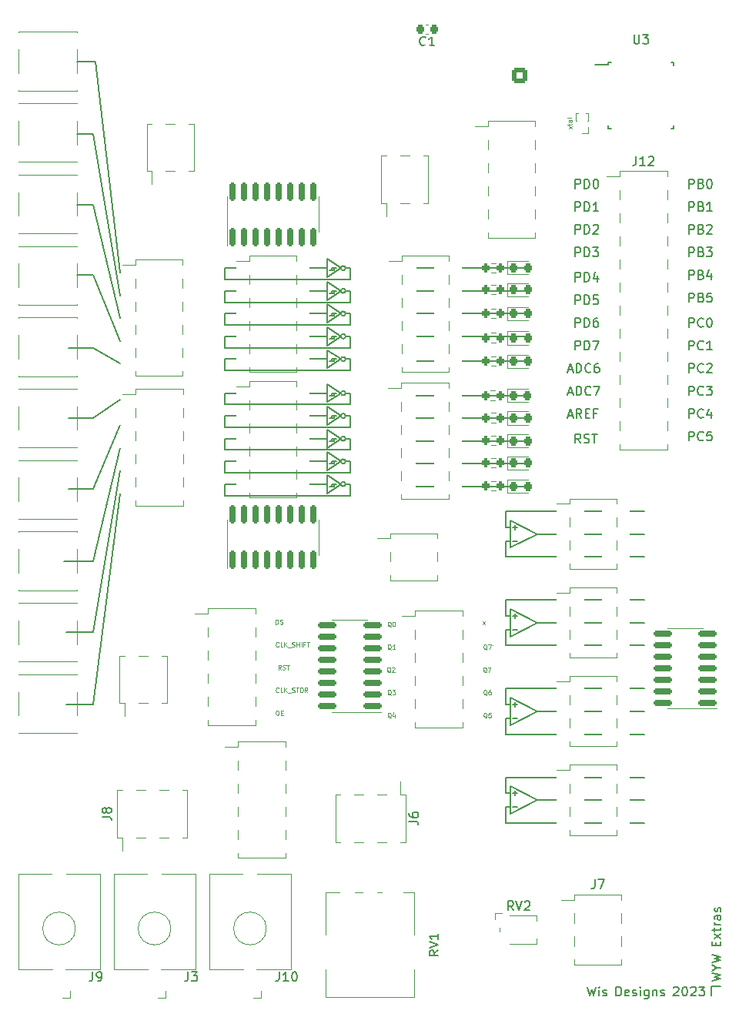
<source format=gbr>
%TF.GenerationSoftware,KiCad,Pcbnew,(7.0.0)*%
%TF.CreationDate,2023-03-26T07:24:26-07:00*%
%TF.ProjectId,wyw_extra,7779775f-6578-4747-9261-2e6b69636164,rev?*%
%TF.SameCoordinates,Original*%
%TF.FileFunction,Legend,Top*%
%TF.FilePolarity,Positive*%
%FSLAX46Y46*%
G04 Gerber Fmt 4.6, Leading zero omitted, Abs format (unit mm)*
G04 Created by KiCad (PCBNEW (7.0.0)) date 2023-03-26 07:24:26*
%MOMM*%
%LPD*%
G01*
G04 APERTURE LIST*
G04 Aperture macros list*
%AMRoundRect*
0 Rectangle with rounded corners*
0 $1 Rounding radius*
0 $2 $3 $4 $5 $6 $7 $8 $9 X,Y pos of 4 corners*
0 Add a 4 corners polygon primitive as box body*
4,1,4,$2,$3,$4,$5,$6,$7,$8,$9,$2,$3,0*
0 Add four circle primitives for the rounded corners*
1,1,$1+$1,$2,$3*
1,1,$1+$1,$4,$5*
1,1,$1+$1,$6,$7*
1,1,$1+$1,$8,$9*
0 Add four rect primitives between the rounded corners*
20,1,$1+$1,$2,$3,$4,$5,0*
20,1,$1+$1,$4,$5,$6,$7,0*
20,1,$1+$1,$6,$7,$8,$9,0*
20,1,$1+$1,$8,$9,$2,$3,0*%
G04 Aperture macros list end*
%ADD10C,0.150000*%
%ADD11C,0.125000*%
%ADD12C,0.120000*%
%ADD13RoundRect,0.225000X0.225000X0.250000X-0.225000X0.250000X-0.225000X-0.250000X0.225000X-0.250000X0*%
%ADD14R,3.150000X1.000000*%
%ADD15RoundRect,0.218750X-0.218750X-0.256250X0.218750X-0.256250X0.218750X0.256250X-0.218750X0.256250X0*%
%ADD16R,1.550000X1.300000*%
%ADD17RoundRect,0.150000X0.825000X0.150000X-0.825000X0.150000X-0.825000X-0.150000X0.825000X-0.150000X0*%
%ADD18R,1.000000X3.150000*%
%ADD19R,1.600000X0.550000*%
%ADD20R,0.550000X1.600000*%
%ADD21RoundRect,0.200000X0.200000X0.275000X-0.200000X0.275000X-0.200000X-0.275000X0.200000X-0.275000X0*%
%ADD22R,1.930000X1.830000*%
%ADD23C,2.130000*%
%ADD24RoundRect,0.150000X0.150000X-0.825000X0.150000X0.825000X-0.150000X0.825000X-0.150000X-0.825000X0*%
%ADD25R,0.850000X0.850000*%
%ADD26O,0.850000X0.850000*%
%ADD27O,2.720000X3.240000*%
%ADD28R,1.800000X1.800000*%
%ADD29C,1.800000*%
%ADD30R,1.200000X1.200000*%
%ADD31R,1.500000X1.600000*%
%ADD32RoundRect,0.250000X0.600000X-0.600000X0.600000X0.600000X-0.600000X0.600000X-0.600000X-0.600000X0*%
%ADD33C,1.700000*%
G04 APERTURE END LIST*
D10*
X76375000Y-95000000D02*
X76875000Y-95000000D01*
X59250000Y-75500000D02*
X59250000Y-76750000D01*
X79875000Y-88500000D02*
X76375000Y-88500000D01*
X79875000Y-105500000D02*
X91625000Y-105500000D01*
X57500000Y-67000000D02*
X57500000Y-66750000D01*
X53250000Y-75500000D02*
X56750000Y-75500000D01*
X56750000Y-69500000D02*
X56750000Y-71500000D01*
X59250000Y-61750000D02*
X59250000Y-63000000D01*
X58250000Y-61750000D02*
X56750000Y-62750000D01*
X77125000Y-116000000D02*
X77625000Y-116000000D01*
X56750000Y-79500000D02*
X56750000Y-81500000D01*
X53250000Y-61750000D02*
X56750000Y-61750000D01*
X31000000Y-65500000D02*
X28250000Y-65500000D01*
X57500000Y-70500000D02*
X57250000Y-70500000D01*
X79875000Y-108000000D02*
X76375000Y-108000000D01*
X45500000Y-70500000D02*
X48250000Y-70500000D01*
X79875000Y-98250000D02*
X76375000Y-98250000D01*
X31000000Y-42000000D02*
X29250000Y-42000000D01*
X79875000Y-93250000D02*
X91625000Y-93250000D01*
X59250000Y-60500000D02*
X45500000Y-60500000D01*
X57500000Y-64250000D02*
X57750000Y-64250000D01*
X31000000Y-57500000D02*
X34000000Y-64750000D01*
X57500000Y-75500000D02*
X57750000Y-75500000D01*
X57500000Y-78000000D02*
X57750000Y-78000000D01*
X76375000Y-114500000D02*
X76875000Y-114500000D01*
X76375000Y-116000000D02*
X76875000Y-116000000D01*
X79875000Y-108000000D02*
X91625000Y-108000000D01*
X59250000Y-68000000D02*
X45500000Y-68000000D01*
X79875000Y-86000000D02*
X76875000Y-84500000D01*
X57500000Y-57000000D02*
X57500000Y-56750000D01*
X34000000Y-74000000D02*
X31000000Y-81000000D01*
X79875000Y-86000000D02*
X91625000Y-86000000D01*
X79875000Y-115250000D02*
X76875000Y-113750000D01*
X76875000Y-94250000D02*
X76875000Y-97250000D01*
X57500000Y-70750000D02*
X57500000Y-70500000D01*
X57250000Y-75500000D02*
X57250000Y-75750000D01*
X59250000Y-81750000D02*
X45500000Y-81750000D01*
X76375000Y-98250000D02*
X76375000Y-96500000D01*
X77125000Y-114500000D02*
X77625000Y-114500000D01*
X79875000Y-112750000D02*
X91625000Y-112750000D01*
X58250000Y-59250000D02*
X56750000Y-60250000D01*
X57000000Y-64500000D02*
X57500000Y-64500000D01*
X56750000Y-69500000D02*
X58250000Y-70500000D01*
X56750000Y-77000000D02*
X58250000Y-78000000D01*
X79875000Y-105500000D02*
X76875000Y-104000000D01*
X45500000Y-64250000D02*
X48250000Y-64250000D01*
X57500000Y-73000000D02*
X57250000Y-73000000D01*
X58750000Y-59250000D02*
X59250000Y-59250000D01*
X58750000Y-59250000D02*
G75*
G03*
X58750000Y-59250000I-250000J0D01*
G01*
X57500000Y-78000000D02*
X57250000Y-78000000D01*
X79875000Y-83500000D02*
X76375000Y-83500000D01*
X45500000Y-80500000D02*
X48250000Y-80500000D01*
X57500000Y-66750000D02*
X57750000Y-66750000D01*
X77125000Y-85250000D02*
X77625000Y-85250000D01*
X31000000Y-73250000D02*
X28250000Y-73250000D01*
X58750000Y-64250000D02*
X59250000Y-64250000D01*
X58750000Y-56750000D02*
G75*
G03*
X58750000Y-56750000I-250000J0D01*
G01*
X45500000Y-73000000D02*
X48250000Y-73000000D01*
X58250000Y-66750000D02*
X56750000Y-67750000D01*
X56750000Y-58250000D02*
X56750000Y-60250000D01*
X57250000Y-64250000D02*
X57250000Y-64500000D01*
X57500000Y-80750000D02*
X57500000Y-80500000D01*
X64750000Y-70750000D02*
X78750000Y-70750000D01*
X57000000Y-80750000D02*
X57500000Y-80750000D01*
X59250000Y-64250000D02*
X59250000Y-65500000D01*
X79875000Y-88500000D02*
X91625000Y-88500000D01*
X77125000Y-96500000D02*
X77625000Y-96500000D01*
X59250000Y-74250000D02*
X45500000Y-74250000D01*
X45500000Y-56750000D02*
X48250000Y-56750000D01*
X59250000Y-70500000D02*
X59250000Y-71750000D01*
X59250000Y-71750000D02*
X45500000Y-71750000D01*
X76375000Y-103000000D02*
X76375000Y-104750000D01*
X56750000Y-72000000D02*
X58250000Y-73000000D01*
X76875000Y-97250000D02*
X79875000Y-95750000D01*
X65000000Y-61750000D02*
X79000000Y-61750000D01*
X34000000Y-79000000D02*
X31000000Y-96750000D01*
X57500000Y-73000000D02*
X57750000Y-73000000D01*
X57500000Y-75750000D02*
X57500000Y-75500000D01*
X79875000Y-83500000D02*
X91625000Y-83500000D01*
X56750000Y-55750000D02*
X58250000Y-56750000D01*
X31000000Y-57500000D02*
X29250000Y-57500000D01*
X56750000Y-79500000D02*
X58250000Y-80500000D01*
X77125000Y-106250000D02*
X77625000Y-106250000D01*
X57500000Y-64500000D02*
X57500000Y-64250000D01*
X76375000Y-83500000D02*
X76375000Y-85250000D01*
X56750000Y-72000000D02*
X56750000Y-74000000D01*
X58750000Y-66750000D02*
G75*
G03*
X58750000Y-66750000I-250000J0D01*
G01*
X77125000Y-104750000D02*
X77625000Y-104750000D01*
X45500000Y-66750000D02*
X48250000Y-66750000D01*
X45500000Y-71750000D02*
X45500000Y-70500000D01*
X58750000Y-73000000D02*
G75*
G03*
X58750000Y-73000000I-250000J0D01*
G01*
X79875000Y-95750000D02*
X76875000Y-94250000D01*
X57250000Y-61750000D02*
X57250000Y-62000000D01*
X57250000Y-70500000D02*
X57250000Y-70750000D01*
X57250000Y-73000000D02*
X57250000Y-73250000D01*
X76375000Y-88500000D02*
X76375000Y-86750000D01*
X58750000Y-78000000D02*
X59250000Y-78000000D01*
X58750000Y-70500000D02*
X59250000Y-70500000D01*
X34000000Y-67250000D02*
X31000000Y-65500000D01*
X99000000Y-135750000D02*
X99000000Y-136750000D01*
X45500000Y-59250000D02*
X48250000Y-59250000D01*
X59250000Y-58000000D02*
X45500000Y-58000000D01*
X59250000Y-78000000D02*
X59250000Y-79250000D01*
X77375000Y-85000000D02*
X77375000Y-85500000D01*
X58250000Y-75500000D02*
X56750000Y-76500000D01*
X64750000Y-73250000D02*
X78750000Y-73250000D01*
X57500000Y-80500000D02*
X57750000Y-80500000D01*
X76875000Y-113750000D02*
X76875000Y-116750000D01*
X57000000Y-62000000D02*
X57500000Y-62000000D01*
X57500000Y-59250000D02*
X57750000Y-59250000D01*
X59250000Y-63000000D02*
X45500000Y-63000000D01*
X57500000Y-59500000D02*
X57500000Y-59250000D01*
X77375000Y-114250000D02*
X77375000Y-114750000D01*
X57000000Y-78250000D02*
X57500000Y-78250000D01*
X79875000Y-117750000D02*
X91625000Y-117750000D01*
X56750000Y-77000000D02*
X56750000Y-79000000D01*
X45500000Y-63000000D02*
X45500000Y-61750000D01*
X58750000Y-61750000D02*
X59250000Y-61750000D01*
X76375000Y-85250000D02*
X76875000Y-85250000D01*
X57500000Y-56750000D02*
X57750000Y-56750000D01*
X45500000Y-65500000D02*
X45500000Y-64250000D01*
X57500000Y-75500000D02*
X57250000Y-75500000D01*
X58750000Y-75500000D02*
X59250000Y-75500000D01*
X79875000Y-117750000D02*
X76375000Y-117750000D01*
X31000000Y-81000000D02*
X28250000Y-81000000D01*
X45500000Y-79250000D02*
X45500000Y-78000000D01*
X57500000Y-56750000D02*
X57250000Y-56750000D01*
X58750000Y-56750000D02*
X59250000Y-56750000D01*
X53250000Y-66750000D02*
X56750000Y-66750000D01*
X100000000Y-135750000D02*
X99000000Y-135750000D01*
X57250000Y-80500000D02*
X57250000Y-80750000D01*
X64750000Y-80750000D02*
X78750000Y-80750000D01*
X57500000Y-78250000D02*
X57500000Y-78000000D01*
X45500000Y-68000000D02*
X45500000Y-66750000D01*
X58250000Y-73000000D02*
X56750000Y-74000000D01*
X57000000Y-73250000D02*
X57500000Y-73250000D01*
X31000000Y-96750000D02*
X28000000Y-96750000D01*
X58750000Y-70500000D02*
G75*
G03*
X58750000Y-70500000I-250000J0D01*
G01*
X76375000Y-106250000D02*
X76875000Y-106250000D01*
X64750000Y-67000000D02*
X78750000Y-67000000D01*
X57250000Y-59250000D02*
X57250000Y-59500000D01*
X65000000Y-59250000D02*
X79000000Y-59250000D01*
X31000000Y-49750000D02*
X34000000Y-62250000D01*
X56750000Y-55750000D02*
X56750000Y-57750000D01*
X45500000Y-81750000D02*
X45500000Y-80500000D01*
X79875000Y-115250000D02*
X91625000Y-115250000D01*
X58750000Y-73000000D02*
X59250000Y-73000000D01*
X76875000Y-116750000D02*
X79875000Y-115250000D01*
X34000000Y-57250000D02*
X31250000Y-34000000D01*
X57500000Y-70500000D02*
X57750000Y-70500000D01*
X58750000Y-75500000D02*
G75*
G03*
X58750000Y-75500000I-250000J0D01*
G01*
X58250000Y-56750000D02*
X56750000Y-57750000D01*
X53250000Y-73000000D02*
X56750000Y-73000000D01*
X59250000Y-59250000D02*
X59250000Y-60500000D01*
X77125000Y-86750000D02*
X77625000Y-86750000D01*
X58250000Y-78000000D02*
X56750000Y-79000000D01*
X45500000Y-61750000D02*
X48250000Y-61750000D01*
X79875000Y-93250000D02*
X76375000Y-93250000D01*
X31000000Y-49750000D02*
X29250000Y-49750000D01*
X53250000Y-56750000D02*
X56750000Y-56750000D01*
X56750000Y-74500000D02*
X56750000Y-76500000D01*
X79875000Y-103000000D02*
X76375000Y-103000000D01*
X59250000Y-66750000D02*
X59250000Y-68000000D01*
X56750000Y-60750000D02*
X58250000Y-61750000D01*
X57000000Y-67000000D02*
X57500000Y-67000000D01*
X57500000Y-61750000D02*
X57750000Y-61750000D01*
X34000000Y-71250000D02*
X31000000Y-73250000D01*
X34000000Y-76500000D02*
X31000000Y-89000000D01*
X76375000Y-104750000D02*
X76875000Y-104750000D01*
X76375000Y-108000000D02*
X76375000Y-106250000D01*
X57250000Y-56750000D02*
X57250000Y-57000000D01*
X79875000Y-103000000D02*
X91625000Y-103000000D01*
X57000000Y-59500000D02*
X57500000Y-59500000D01*
X45500000Y-76750000D02*
X45500000Y-75500000D01*
X76375000Y-117750000D02*
X76375000Y-116000000D01*
X76375000Y-96500000D02*
X76875000Y-96500000D01*
X58250000Y-64250000D02*
X56750000Y-65250000D01*
X79875000Y-98250000D02*
X91625000Y-98250000D01*
X59250000Y-76750000D02*
X45500000Y-76750000D01*
X58250000Y-70500000D02*
X56750000Y-71500000D01*
X45500000Y-78000000D02*
X48250000Y-78000000D01*
X58750000Y-66750000D02*
X59250000Y-66750000D01*
X31000000Y-89000000D02*
X27750000Y-89000000D01*
X53250000Y-80500000D02*
X56750000Y-80500000D01*
X59250000Y-56750000D02*
X59250000Y-58000000D01*
X77125000Y-95000000D02*
X77625000Y-95000000D01*
X76375000Y-93250000D02*
X76375000Y-95000000D01*
X57500000Y-59250000D02*
X57250000Y-59250000D01*
X76875000Y-104000000D02*
X76875000Y-107000000D01*
X57500000Y-66750000D02*
X57250000Y-66750000D01*
X57250000Y-66750000D02*
X57250000Y-67000000D01*
X53250000Y-70500000D02*
X56750000Y-70500000D01*
X76375000Y-112750000D02*
X76375000Y-114500000D01*
X65000000Y-56750000D02*
X79000000Y-56750000D01*
X57500000Y-62000000D02*
X57500000Y-61750000D01*
X64750000Y-78250000D02*
X78750000Y-78250000D01*
X76875000Y-87500000D02*
X79875000Y-86000000D01*
X56750000Y-65750000D02*
X58250000Y-66750000D01*
X56750000Y-63250000D02*
X58250000Y-64250000D01*
X57500000Y-73250000D02*
X57500000Y-73000000D01*
X58750000Y-61750000D02*
G75*
G03*
X58750000Y-61750000I-250000J0D01*
G01*
X77375000Y-104500000D02*
X77375000Y-105000000D01*
X59250000Y-79250000D02*
X45500000Y-79250000D01*
X29230000Y-34000000D02*
X31250000Y-34000000D01*
X56750000Y-74500000D02*
X58250000Y-75500000D01*
X77375000Y-94750000D02*
X77375000Y-95250000D01*
X45500000Y-74250000D02*
X45500000Y-73000000D01*
X58250000Y-80500000D02*
X56750000Y-81500000D01*
X45500000Y-58000000D02*
X45500000Y-56750000D01*
X56750000Y-65750000D02*
X56750000Y-67750000D01*
X76875000Y-84500000D02*
X76875000Y-87500000D01*
X59250000Y-80500000D02*
X59250000Y-81750000D01*
X57000000Y-70750000D02*
X57500000Y-70750000D01*
X64750000Y-75750000D02*
X78750000Y-75750000D01*
X53250000Y-64250000D02*
X56750000Y-64250000D01*
X58750000Y-80500000D02*
X59250000Y-80500000D01*
X57000000Y-57000000D02*
X57500000Y-57000000D01*
X57500000Y-61750000D02*
X57250000Y-61750000D01*
X57000000Y-75750000D02*
X57500000Y-75750000D01*
X45500000Y-60500000D02*
X45500000Y-59250000D01*
X31000000Y-42000000D02*
X34000000Y-59750000D01*
X79875000Y-95750000D02*
X91625000Y-95750000D01*
X59250000Y-73000000D02*
X59250000Y-74250000D01*
X56750000Y-60750000D02*
X56750000Y-62750000D01*
X57500000Y-64250000D02*
X57250000Y-64250000D01*
X58750000Y-80500000D02*
G75*
G03*
X58750000Y-80500000I-250000J0D01*
G01*
X56750000Y-63250000D02*
X56750000Y-65250000D01*
X31000000Y-104750000D02*
X28000000Y-104750000D01*
X58750000Y-64250000D02*
G75*
G03*
X58750000Y-64250000I-250000J0D01*
G01*
X59250000Y-65500000D02*
X45500000Y-65500000D01*
X53250000Y-78000000D02*
X56750000Y-78000000D01*
X53250000Y-59250000D02*
X56750000Y-59250000D01*
X57250000Y-78000000D02*
X57250000Y-78250000D01*
X45500000Y-75500000D02*
X48250000Y-75500000D01*
X34000000Y-81500000D02*
X31000000Y-104750000D01*
X56750000Y-58250000D02*
X58250000Y-59250000D01*
X79875000Y-112750000D02*
X76375000Y-112750000D01*
X76875000Y-107000000D02*
X79875000Y-105500000D01*
X58750000Y-78000000D02*
G75*
G03*
X58750000Y-78000000I-250000J0D01*
G01*
X76375000Y-86750000D02*
X76875000Y-86750000D01*
X65000000Y-64250000D02*
X79000000Y-64250000D01*
X57500000Y-80500000D02*
X57250000Y-80500000D01*
X84038095Y-63232380D02*
X84038095Y-62232380D01*
X84038095Y-62232380D02*
X84419047Y-62232380D01*
X84419047Y-62232380D02*
X84514285Y-62280000D01*
X84514285Y-62280000D02*
X84561904Y-62327619D01*
X84561904Y-62327619D02*
X84609523Y-62422857D01*
X84609523Y-62422857D02*
X84609523Y-62565714D01*
X84609523Y-62565714D02*
X84561904Y-62660952D01*
X84561904Y-62660952D02*
X84514285Y-62708571D01*
X84514285Y-62708571D02*
X84419047Y-62756190D01*
X84419047Y-62756190D02*
X84038095Y-62756190D01*
X85038095Y-63232380D02*
X85038095Y-62232380D01*
X85038095Y-62232380D02*
X85276190Y-62232380D01*
X85276190Y-62232380D02*
X85419047Y-62280000D01*
X85419047Y-62280000D02*
X85514285Y-62375238D01*
X85514285Y-62375238D02*
X85561904Y-62470476D01*
X85561904Y-62470476D02*
X85609523Y-62660952D01*
X85609523Y-62660952D02*
X85609523Y-62803809D01*
X85609523Y-62803809D02*
X85561904Y-62994285D01*
X85561904Y-62994285D02*
X85514285Y-63089523D01*
X85514285Y-63089523D02*
X85419047Y-63184761D01*
X85419047Y-63184761D02*
X85276190Y-63232380D01*
X85276190Y-63232380D02*
X85038095Y-63232380D01*
X86466666Y-62232380D02*
X86276190Y-62232380D01*
X86276190Y-62232380D02*
X86180952Y-62280000D01*
X86180952Y-62280000D02*
X86133333Y-62327619D01*
X86133333Y-62327619D02*
X86038095Y-62470476D01*
X86038095Y-62470476D02*
X85990476Y-62660952D01*
X85990476Y-62660952D02*
X85990476Y-63041904D01*
X85990476Y-63041904D02*
X86038095Y-63137142D01*
X86038095Y-63137142D02*
X86085714Y-63184761D01*
X86085714Y-63184761D02*
X86180952Y-63232380D01*
X86180952Y-63232380D02*
X86371428Y-63232380D01*
X86371428Y-63232380D02*
X86466666Y-63184761D01*
X86466666Y-63184761D02*
X86514285Y-63137142D01*
X86514285Y-63137142D02*
X86561904Y-63041904D01*
X86561904Y-63041904D02*
X86561904Y-62803809D01*
X86561904Y-62803809D02*
X86514285Y-62708571D01*
X86514285Y-62708571D02*
X86466666Y-62660952D01*
X86466666Y-62660952D02*
X86371428Y-62613333D01*
X86371428Y-62613333D02*
X86180952Y-62613333D01*
X86180952Y-62613333D02*
X86085714Y-62660952D01*
X86085714Y-62660952D02*
X86038095Y-62708571D01*
X86038095Y-62708571D02*
X85990476Y-62803809D01*
X83240476Y-70446666D02*
X83716666Y-70446666D01*
X83145238Y-70732380D02*
X83478571Y-69732380D01*
X83478571Y-69732380D02*
X83811904Y-70732380D01*
X84145238Y-70732380D02*
X84145238Y-69732380D01*
X84145238Y-69732380D02*
X84383333Y-69732380D01*
X84383333Y-69732380D02*
X84526190Y-69780000D01*
X84526190Y-69780000D02*
X84621428Y-69875238D01*
X84621428Y-69875238D02*
X84669047Y-69970476D01*
X84669047Y-69970476D02*
X84716666Y-70160952D01*
X84716666Y-70160952D02*
X84716666Y-70303809D01*
X84716666Y-70303809D02*
X84669047Y-70494285D01*
X84669047Y-70494285D02*
X84621428Y-70589523D01*
X84621428Y-70589523D02*
X84526190Y-70684761D01*
X84526190Y-70684761D02*
X84383333Y-70732380D01*
X84383333Y-70732380D02*
X84145238Y-70732380D01*
X85716666Y-70637142D02*
X85669047Y-70684761D01*
X85669047Y-70684761D02*
X85526190Y-70732380D01*
X85526190Y-70732380D02*
X85430952Y-70732380D01*
X85430952Y-70732380D02*
X85288095Y-70684761D01*
X85288095Y-70684761D02*
X85192857Y-70589523D01*
X85192857Y-70589523D02*
X85145238Y-70494285D01*
X85145238Y-70494285D02*
X85097619Y-70303809D01*
X85097619Y-70303809D02*
X85097619Y-70160952D01*
X85097619Y-70160952D02*
X85145238Y-69970476D01*
X85145238Y-69970476D02*
X85192857Y-69875238D01*
X85192857Y-69875238D02*
X85288095Y-69780000D01*
X85288095Y-69780000D02*
X85430952Y-69732380D01*
X85430952Y-69732380D02*
X85526190Y-69732380D01*
X85526190Y-69732380D02*
X85669047Y-69780000D01*
X85669047Y-69780000D02*
X85716666Y-69827619D01*
X86050000Y-69732380D02*
X86716666Y-69732380D01*
X86716666Y-69732380D02*
X86288095Y-70732380D01*
X96538095Y-50482380D02*
X96538095Y-49482380D01*
X96538095Y-49482380D02*
X96919047Y-49482380D01*
X96919047Y-49482380D02*
X97014285Y-49530000D01*
X97014285Y-49530000D02*
X97061904Y-49577619D01*
X97061904Y-49577619D02*
X97109523Y-49672857D01*
X97109523Y-49672857D02*
X97109523Y-49815714D01*
X97109523Y-49815714D02*
X97061904Y-49910952D01*
X97061904Y-49910952D02*
X97014285Y-49958571D01*
X97014285Y-49958571D02*
X96919047Y-50006190D01*
X96919047Y-50006190D02*
X96538095Y-50006190D01*
X97871428Y-49958571D02*
X98014285Y-50006190D01*
X98014285Y-50006190D02*
X98061904Y-50053809D01*
X98061904Y-50053809D02*
X98109523Y-50149047D01*
X98109523Y-50149047D02*
X98109523Y-50291904D01*
X98109523Y-50291904D02*
X98061904Y-50387142D01*
X98061904Y-50387142D02*
X98014285Y-50434761D01*
X98014285Y-50434761D02*
X97919047Y-50482380D01*
X97919047Y-50482380D02*
X97538095Y-50482380D01*
X97538095Y-50482380D02*
X97538095Y-49482380D01*
X97538095Y-49482380D02*
X97871428Y-49482380D01*
X97871428Y-49482380D02*
X97966666Y-49530000D01*
X97966666Y-49530000D02*
X98014285Y-49577619D01*
X98014285Y-49577619D02*
X98061904Y-49672857D01*
X98061904Y-49672857D02*
X98061904Y-49768095D01*
X98061904Y-49768095D02*
X98014285Y-49863333D01*
X98014285Y-49863333D02*
X97966666Y-49910952D01*
X97966666Y-49910952D02*
X97871428Y-49958571D01*
X97871428Y-49958571D02*
X97538095Y-49958571D01*
X99061904Y-50482380D02*
X98490476Y-50482380D01*
X98776190Y-50482380D02*
X98776190Y-49482380D01*
X98776190Y-49482380D02*
X98680952Y-49625238D01*
X98680952Y-49625238D02*
X98585714Y-49720476D01*
X98585714Y-49720476D02*
X98490476Y-49768095D01*
D11*
X51404761Y-103343571D02*
X51380952Y-103367380D01*
X51380952Y-103367380D02*
X51309523Y-103391190D01*
X51309523Y-103391190D02*
X51261904Y-103391190D01*
X51261904Y-103391190D02*
X51190476Y-103367380D01*
X51190476Y-103367380D02*
X51142857Y-103319761D01*
X51142857Y-103319761D02*
X51119047Y-103272142D01*
X51119047Y-103272142D02*
X51095238Y-103176904D01*
X51095238Y-103176904D02*
X51095238Y-103105476D01*
X51095238Y-103105476D02*
X51119047Y-103010238D01*
X51119047Y-103010238D02*
X51142857Y-102962619D01*
X51142857Y-102962619D02*
X51190476Y-102915000D01*
X51190476Y-102915000D02*
X51261904Y-102891190D01*
X51261904Y-102891190D02*
X51309523Y-102891190D01*
X51309523Y-102891190D02*
X51380952Y-102915000D01*
X51380952Y-102915000D02*
X51404761Y-102938809D01*
X51857142Y-103391190D02*
X51619047Y-103391190D01*
X51619047Y-103391190D02*
X51619047Y-102891190D01*
X52023809Y-103391190D02*
X52023809Y-102891190D01*
X52309523Y-103391190D02*
X52095238Y-103105476D01*
X52309523Y-102891190D02*
X52023809Y-103176904D01*
X52404762Y-103438809D02*
X52785714Y-103438809D01*
X52880952Y-103367380D02*
X52952380Y-103391190D01*
X52952380Y-103391190D02*
X53071428Y-103391190D01*
X53071428Y-103391190D02*
X53119047Y-103367380D01*
X53119047Y-103367380D02*
X53142856Y-103343571D01*
X53142856Y-103343571D02*
X53166666Y-103295952D01*
X53166666Y-103295952D02*
X53166666Y-103248333D01*
X53166666Y-103248333D02*
X53142856Y-103200714D01*
X53142856Y-103200714D02*
X53119047Y-103176904D01*
X53119047Y-103176904D02*
X53071428Y-103153095D01*
X53071428Y-103153095D02*
X52976190Y-103129285D01*
X52976190Y-103129285D02*
X52928571Y-103105476D01*
X52928571Y-103105476D02*
X52904761Y-103081666D01*
X52904761Y-103081666D02*
X52880952Y-103034047D01*
X52880952Y-103034047D02*
X52880952Y-102986428D01*
X52880952Y-102986428D02*
X52904761Y-102938809D01*
X52904761Y-102938809D02*
X52928571Y-102915000D01*
X52928571Y-102915000D02*
X52976190Y-102891190D01*
X52976190Y-102891190D02*
X53095237Y-102891190D01*
X53095237Y-102891190D02*
X53166666Y-102915000D01*
X53309523Y-102891190D02*
X53595237Y-102891190D01*
X53452380Y-103391190D02*
X53452380Y-102891190D01*
X53857141Y-102891190D02*
X53952379Y-102891190D01*
X53952379Y-102891190D02*
X53999998Y-102915000D01*
X53999998Y-102915000D02*
X54047617Y-102962619D01*
X54047617Y-102962619D02*
X54071427Y-103057857D01*
X54071427Y-103057857D02*
X54071427Y-103224523D01*
X54071427Y-103224523D02*
X54047617Y-103319761D01*
X54047617Y-103319761D02*
X53999998Y-103367380D01*
X53999998Y-103367380D02*
X53952379Y-103391190D01*
X53952379Y-103391190D02*
X53857141Y-103391190D01*
X53857141Y-103391190D02*
X53809522Y-103367380D01*
X53809522Y-103367380D02*
X53761903Y-103319761D01*
X53761903Y-103319761D02*
X53738094Y-103224523D01*
X53738094Y-103224523D02*
X53738094Y-103057857D01*
X53738094Y-103057857D02*
X53761903Y-102962619D01*
X53761903Y-102962619D02*
X53809522Y-102915000D01*
X53809522Y-102915000D02*
X53857141Y-102891190D01*
X54571427Y-103391190D02*
X54404761Y-103153095D01*
X54285713Y-103391190D02*
X54285713Y-102891190D01*
X54285713Y-102891190D02*
X54476189Y-102891190D01*
X54476189Y-102891190D02*
X54523808Y-102915000D01*
X54523808Y-102915000D02*
X54547618Y-102938809D01*
X54547618Y-102938809D02*
X54571427Y-102986428D01*
X54571427Y-102986428D02*
X54571427Y-103057857D01*
X54571427Y-103057857D02*
X54547618Y-103105476D01*
X54547618Y-103105476D02*
X54523808Y-103129285D01*
X54523808Y-103129285D02*
X54476189Y-103153095D01*
X54476189Y-103153095D02*
X54285713Y-103153095D01*
D10*
X96538095Y-65732380D02*
X96538095Y-64732380D01*
X96538095Y-64732380D02*
X96919047Y-64732380D01*
X96919047Y-64732380D02*
X97014285Y-64780000D01*
X97014285Y-64780000D02*
X97061904Y-64827619D01*
X97061904Y-64827619D02*
X97109523Y-64922857D01*
X97109523Y-64922857D02*
X97109523Y-65065714D01*
X97109523Y-65065714D02*
X97061904Y-65160952D01*
X97061904Y-65160952D02*
X97014285Y-65208571D01*
X97014285Y-65208571D02*
X96919047Y-65256190D01*
X96919047Y-65256190D02*
X96538095Y-65256190D01*
X98109523Y-65637142D02*
X98061904Y-65684761D01*
X98061904Y-65684761D02*
X97919047Y-65732380D01*
X97919047Y-65732380D02*
X97823809Y-65732380D01*
X97823809Y-65732380D02*
X97680952Y-65684761D01*
X97680952Y-65684761D02*
X97585714Y-65589523D01*
X97585714Y-65589523D02*
X97538095Y-65494285D01*
X97538095Y-65494285D02*
X97490476Y-65303809D01*
X97490476Y-65303809D02*
X97490476Y-65160952D01*
X97490476Y-65160952D02*
X97538095Y-64970476D01*
X97538095Y-64970476D02*
X97585714Y-64875238D01*
X97585714Y-64875238D02*
X97680952Y-64780000D01*
X97680952Y-64780000D02*
X97823809Y-64732380D01*
X97823809Y-64732380D02*
X97919047Y-64732380D01*
X97919047Y-64732380D02*
X98061904Y-64780000D01*
X98061904Y-64780000D02*
X98109523Y-64827619D01*
X99061904Y-65732380D02*
X98490476Y-65732380D01*
X98776190Y-65732380D02*
X98776190Y-64732380D01*
X98776190Y-64732380D02*
X98680952Y-64875238D01*
X98680952Y-64875238D02*
X98585714Y-64970476D01*
X98585714Y-64970476D02*
X98490476Y-65018095D01*
X99032380Y-135107142D02*
X100032380Y-134869047D01*
X100032380Y-134869047D02*
X99318095Y-134678571D01*
X99318095Y-134678571D02*
X100032380Y-134488095D01*
X100032380Y-134488095D02*
X99032380Y-134250000D01*
X99556190Y-133678571D02*
X100032380Y-133678571D01*
X99032380Y-134011904D02*
X99556190Y-133678571D01*
X99556190Y-133678571D02*
X99032380Y-133345238D01*
X99032380Y-133107142D02*
X100032380Y-132869047D01*
X100032380Y-132869047D02*
X99318095Y-132678571D01*
X99318095Y-132678571D02*
X100032380Y-132488095D01*
X100032380Y-132488095D02*
X99032380Y-132250000D01*
X99508571Y-131269047D02*
X99508571Y-130935714D01*
X100032380Y-130792857D02*
X100032380Y-131269047D01*
X100032380Y-131269047D02*
X99032380Y-131269047D01*
X99032380Y-131269047D02*
X99032380Y-130792857D01*
X100032380Y-130459523D02*
X99365714Y-129935714D01*
X99365714Y-130459523D02*
X100032380Y-129935714D01*
X99365714Y-129697618D02*
X99365714Y-129316666D01*
X99032380Y-129554761D02*
X99889523Y-129554761D01*
X99889523Y-129554761D02*
X99984761Y-129507142D01*
X99984761Y-129507142D02*
X100032380Y-129411904D01*
X100032380Y-129411904D02*
X100032380Y-129316666D01*
X100032380Y-128983332D02*
X99365714Y-128983332D01*
X99556190Y-128983332D02*
X99460952Y-128935713D01*
X99460952Y-128935713D02*
X99413333Y-128888094D01*
X99413333Y-128888094D02*
X99365714Y-128792856D01*
X99365714Y-128792856D02*
X99365714Y-128697618D01*
X100032380Y-127935713D02*
X99508571Y-127935713D01*
X99508571Y-127935713D02*
X99413333Y-127983332D01*
X99413333Y-127983332D02*
X99365714Y-128078570D01*
X99365714Y-128078570D02*
X99365714Y-128269046D01*
X99365714Y-128269046D02*
X99413333Y-128364284D01*
X99984761Y-127935713D02*
X100032380Y-128030951D01*
X100032380Y-128030951D02*
X100032380Y-128269046D01*
X100032380Y-128269046D02*
X99984761Y-128364284D01*
X99984761Y-128364284D02*
X99889523Y-128411903D01*
X99889523Y-128411903D02*
X99794285Y-128411903D01*
X99794285Y-128411903D02*
X99699047Y-128364284D01*
X99699047Y-128364284D02*
X99651428Y-128269046D01*
X99651428Y-128269046D02*
X99651428Y-128030951D01*
X99651428Y-128030951D02*
X99603809Y-127935713D01*
X99984761Y-127507141D02*
X100032380Y-127411903D01*
X100032380Y-127411903D02*
X100032380Y-127221427D01*
X100032380Y-127221427D02*
X99984761Y-127126189D01*
X99984761Y-127126189D02*
X99889523Y-127078570D01*
X99889523Y-127078570D02*
X99841904Y-127078570D01*
X99841904Y-127078570D02*
X99746666Y-127126189D01*
X99746666Y-127126189D02*
X99699047Y-127221427D01*
X99699047Y-127221427D02*
X99699047Y-127364284D01*
X99699047Y-127364284D02*
X99651428Y-127459522D01*
X99651428Y-127459522D02*
X99556190Y-127507141D01*
X99556190Y-127507141D02*
X99508571Y-127507141D01*
X99508571Y-127507141D02*
X99413333Y-127459522D01*
X99413333Y-127459522D02*
X99365714Y-127364284D01*
X99365714Y-127364284D02*
X99365714Y-127221427D01*
X99365714Y-127221427D02*
X99413333Y-127126189D01*
D11*
X73871428Y-95891190D02*
X74133333Y-95557857D01*
X73871428Y-95557857D02*
X74133333Y-95891190D01*
X63752380Y-103688809D02*
X63704761Y-103665000D01*
X63704761Y-103665000D02*
X63657142Y-103617380D01*
X63657142Y-103617380D02*
X63585714Y-103545952D01*
X63585714Y-103545952D02*
X63538095Y-103522142D01*
X63538095Y-103522142D02*
X63490476Y-103522142D01*
X63514285Y-103641190D02*
X63466666Y-103617380D01*
X63466666Y-103617380D02*
X63419047Y-103569761D01*
X63419047Y-103569761D02*
X63395238Y-103474523D01*
X63395238Y-103474523D02*
X63395238Y-103307857D01*
X63395238Y-103307857D02*
X63419047Y-103212619D01*
X63419047Y-103212619D02*
X63466666Y-103165000D01*
X63466666Y-103165000D02*
X63514285Y-103141190D01*
X63514285Y-103141190D02*
X63609523Y-103141190D01*
X63609523Y-103141190D02*
X63657142Y-103165000D01*
X63657142Y-103165000D02*
X63704761Y-103212619D01*
X63704761Y-103212619D02*
X63728571Y-103307857D01*
X63728571Y-103307857D02*
X63728571Y-103474523D01*
X63728571Y-103474523D02*
X63704761Y-103569761D01*
X63704761Y-103569761D02*
X63657142Y-103617380D01*
X63657142Y-103617380D02*
X63609523Y-103641190D01*
X63609523Y-103641190D02*
X63514285Y-103641190D01*
X63895238Y-103141190D02*
X64204762Y-103141190D01*
X64204762Y-103141190D02*
X64038095Y-103331666D01*
X64038095Y-103331666D02*
X64109524Y-103331666D01*
X64109524Y-103331666D02*
X64157143Y-103355476D01*
X64157143Y-103355476D02*
X64180952Y-103379285D01*
X64180952Y-103379285D02*
X64204762Y-103426904D01*
X64204762Y-103426904D02*
X64204762Y-103545952D01*
X64204762Y-103545952D02*
X64180952Y-103593571D01*
X64180952Y-103593571D02*
X64157143Y-103617380D01*
X64157143Y-103617380D02*
X64109524Y-103641190D01*
X64109524Y-103641190D02*
X63966667Y-103641190D01*
X63966667Y-103641190D02*
X63919048Y-103617380D01*
X63919048Y-103617380D02*
X63895238Y-103593571D01*
X51214285Y-105391190D02*
X51309523Y-105391190D01*
X51309523Y-105391190D02*
X51357142Y-105415000D01*
X51357142Y-105415000D02*
X51404761Y-105462619D01*
X51404761Y-105462619D02*
X51428571Y-105557857D01*
X51428571Y-105557857D02*
X51428571Y-105724523D01*
X51428571Y-105724523D02*
X51404761Y-105819761D01*
X51404761Y-105819761D02*
X51357142Y-105867380D01*
X51357142Y-105867380D02*
X51309523Y-105891190D01*
X51309523Y-105891190D02*
X51214285Y-105891190D01*
X51214285Y-105891190D02*
X51166666Y-105867380D01*
X51166666Y-105867380D02*
X51119047Y-105819761D01*
X51119047Y-105819761D02*
X51095238Y-105724523D01*
X51095238Y-105724523D02*
X51095238Y-105557857D01*
X51095238Y-105557857D02*
X51119047Y-105462619D01*
X51119047Y-105462619D02*
X51166666Y-105415000D01*
X51166666Y-105415000D02*
X51214285Y-105391190D01*
X51642857Y-105629285D02*
X51809524Y-105629285D01*
X51880952Y-105891190D02*
X51642857Y-105891190D01*
X51642857Y-105891190D02*
X51642857Y-105391190D01*
X51642857Y-105391190D02*
X51880952Y-105391190D01*
D10*
X96538095Y-52982380D02*
X96538095Y-51982380D01*
X96538095Y-51982380D02*
X96919047Y-51982380D01*
X96919047Y-51982380D02*
X97014285Y-52030000D01*
X97014285Y-52030000D02*
X97061904Y-52077619D01*
X97061904Y-52077619D02*
X97109523Y-52172857D01*
X97109523Y-52172857D02*
X97109523Y-52315714D01*
X97109523Y-52315714D02*
X97061904Y-52410952D01*
X97061904Y-52410952D02*
X97014285Y-52458571D01*
X97014285Y-52458571D02*
X96919047Y-52506190D01*
X96919047Y-52506190D02*
X96538095Y-52506190D01*
X97871428Y-52458571D02*
X98014285Y-52506190D01*
X98014285Y-52506190D02*
X98061904Y-52553809D01*
X98061904Y-52553809D02*
X98109523Y-52649047D01*
X98109523Y-52649047D02*
X98109523Y-52791904D01*
X98109523Y-52791904D02*
X98061904Y-52887142D01*
X98061904Y-52887142D02*
X98014285Y-52934761D01*
X98014285Y-52934761D02*
X97919047Y-52982380D01*
X97919047Y-52982380D02*
X97538095Y-52982380D01*
X97538095Y-52982380D02*
X97538095Y-51982380D01*
X97538095Y-51982380D02*
X97871428Y-51982380D01*
X97871428Y-51982380D02*
X97966666Y-52030000D01*
X97966666Y-52030000D02*
X98014285Y-52077619D01*
X98014285Y-52077619D02*
X98061904Y-52172857D01*
X98061904Y-52172857D02*
X98061904Y-52268095D01*
X98061904Y-52268095D02*
X98014285Y-52363333D01*
X98014285Y-52363333D02*
X97966666Y-52410952D01*
X97966666Y-52410952D02*
X97871428Y-52458571D01*
X97871428Y-52458571D02*
X97538095Y-52458571D01*
X98490476Y-52077619D02*
X98538095Y-52030000D01*
X98538095Y-52030000D02*
X98633333Y-51982380D01*
X98633333Y-51982380D02*
X98871428Y-51982380D01*
X98871428Y-51982380D02*
X98966666Y-52030000D01*
X98966666Y-52030000D02*
X99014285Y-52077619D01*
X99014285Y-52077619D02*
X99061904Y-52172857D01*
X99061904Y-52172857D02*
X99061904Y-52268095D01*
X99061904Y-52268095D02*
X99014285Y-52410952D01*
X99014285Y-52410952D02*
X98442857Y-52982380D01*
X98442857Y-52982380D02*
X99061904Y-52982380D01*
X84038095Y-55482380D02*
X84038095Y-54482380D01*
X84038095Y-54482380D02*
X84419047Y-54482380D01*
X84419047Y-54482380D02*
X84514285Y-54530000D01*
X84514285Y-54530000D02*
X84561904Y-54577619D01*
X84561904Y-54577619D02*
X84609523Y-54672857D01*
X84609523Y-54672857D02*
X84609523Y-54815714D01*
X84609523Y-54815714D02*
X84561904Y-54910952D01*
X84561904Y-54910952D02*
X84514285Y-54958571D01*
X84514285Y-54958571D02*
X84419047Y-55006190D01*
X84419047Y-55006190D02*
X84038095Y-55006190D01*
X85038095Y-55482380D02*
X85038095Y-54482380D01*
X85038095Y-54482380D02*
X85276190Y-54482380D01*
X85276190Y-54482380D02*
X85419047Y-54530000D01*
X85419047Y-54530000D02*
X85514285Y-54625238D01*
X85514285Y-54625238D02*
X85561904Y-54720476D01*
X85561904Y-54720476D02*
X85609523Y-54910952D01*
X85609523Y-54910952D02*
X85609523Y-55053809D01*
X85609523Y-55053809D02*
X85561904Y-55244285D01*
X85561904Y-55244285D02*
X85514285Y-55339523D01*
X85514285Y-55339523D02*
X85419047Y-55434761D01*
X85419047Y-55434761D02*
X85276190Y-55482380D01*
X85276190Y-55482380D02*
X85038095Y-55482380D01*
X85942857Y-54482380D02*
X86561904Y-54482380D01*
X86561904Y-54482380D02*
X86228571Y-54863333D01*
X86228571Y-54863333D02*
X86371428Y-54863333D01*
X86371428Y-54863333D02*
X86466666Y-54910952D01*
X86466666Y-54910952D02*
X86514285Y-54958571D01*
X86514285Y-54958571D02*
X86561904Y-55053809D01*
X86561904Y-55053809D02*
X86561904Y-55291904D01*
X86561904Y-55291904D02*
X86514285Y-55387142D01*
X86514285Y-55387142D02*
X86466666Y-55434761D01*
X86466666Y-55434761D02*
X86371428Y-55482380D01*
X86371428Y-55482380D02*
X86085714Y-55482380D01*
X86085714Y-55482380D02*
X85990476Y-55434761D01*
X85990476Y-55434761D02*
X85942857Y-55387142D01*
D11*
X74252380Y-101188809D02*
X74204761Y-101165000D01*
X74204761Y-101165000D02*
X74157142Y-101117380D01*
X74157142Y-101117380D02*
X74085714Y-101045952D01*
X74085714Y-101045952D02*
X74038095Y-101022142D01*
X74038095Y-101022142D02*
X73990476Y-101022142D01*
X74014285Y-101141190D02*
X73966666Y-101117380D01*
X73966666Y-101117380D02*
X73919047Y-101069761D01*
X73919047Y-101069761D02*
X73895238Y-100974523D01*
X73895238Y-100974523D02*
X73895238Y-100807857D01*
X73895238Y-100807857D02*
X73919047Y-100712619D01*
X73919047Y-100712619D02*
X73966666Y-100665000D01*
X73966666Y-100665000D02*
X74014285Y-100641190D01*
X74014285Y-100641190D02*
X74109523Y-100641190D01*
X74109523Y-100641190D02*
X74157142Y-100665000D01*
X74157142Y-100665000D02*
X74204761Y-100712619D01*
X74204761Y-100712619D02*
X74228571Y-100807857D01*
X74228571Y-100807857D02*
X74228571Y-100974523D01*
X74228571Y-100974523D02*
X74204761Y-101069761D01*
X74204761Y-101069761D02*
X74157142Y-101117380D01*
X74157142Y-101117380D02*
X74109523Y-101141190D01*
X74109523Y-101141190D02*
X74014285Y-101141190D01*
X74395238Y-100641190D02*
X74728571Y-100641190D01*
X74728571Y-100641190D02*
X74514286Y-101141190D01*
D10*
X96538095Y-75732380D02*
X96538095Y-74732380D01*
X96538095Y-74732380D02*
X96919047Y-74732380D01*
X96919047Y-74732380D02*
X97014285Y-74780000D01*
X97014285Y-74780000D02*
X97061904Y-74827619D01*
X97061904Y-74827619D02*
X97109523Y-74922857D01*
X97109523Y-74922857D02*
X97109523Y-75065714D01*
X97109523Y-75065714D02*
X97061904Y-75160952D01*
X97061904Y-75160952D02*
X97014285Y-75208571D01*
X97014285Y-75208571D02*
X96919047Y-75256190D01*
X96919047Y-75256190D02*
X96538095Y-75256190D01*
X98109523Y-75637142D02*
X98061904Y-75684761D01*
X98061904Y-75684761D02*
X97919047Y-75732380D01*
X97919047Y-75732380D02*
X97823809Y-75732380D01*
X97823809Y-75732380D02*
X97680952Y-75684761D01*
X97680952Y-75684761D02*
X97585714Y-75589523D01*
X97585714Y-75589523D02*
X97538095Y-75494285D01*
X97538095Y-75494285D02*
X97490476Y-75303809D01*
X97490476Y-75303809D02*
X97490476Y-75160952D01*
X97490476Y-75160952D02*
X97538095Y-74970476D01*
X97538095Y-74970476D02*
X97585714Y-74875238D01*
X97585714Y-74875238D02*
X97680952Y-74780000D01*
X97680952Y-74780000D02*
X97823809Y-74732380D01*
X97823809Y-74732380D02*
X97919047Y-74732380D01*
X97919047Y-74732380D02*
X98061904Y-74780000D01*
X98061904Y-74780000D02*
X98109523Y-74827619D01*
X99014285Y-74732380D02*
X98538095Y-74732380D01*
X98538095Y-74732380D02*
X98490476Y-75208571D01*
X98490476Y-75208571D02*
X98538095Y-75160952D01*
X98538095Y-75160952D02*
X98633333Y-75113333D01*
X98633333Y-75113333D02*
X98871428Y-75113333D01*
X98871428Y-75113333D02*
X98966666Y-75160952D01*
X98966666Y-75160952D02*
X99014285Y-75208571D01*
X99014285Y-75208571D02*
X99061904Y-75303809D01*
X99061904Y-75303809D02*
X99061904Y-75541904D01*
X99061904Y-75541904D02*
X99014285Y-75637142D01*
X99014285Y-75637142D02*
X98966666Y-75684761D01*
X98966666Y-75684761D02*
X98871428Y-75732380D01*
X98871428Y-75732380D02*
X98633333Y-75732380D01*
X98633333Y-75732380D02*
X98538095Y-75684761D01*
X98538095Y-75684761D02*
X98490476Y-75637142D01*
X96538095Y-57982380D02*
X96538095Y-56982380D01*
X96538095Y-56982380D02*
X96919047Y-56982380D01*
X96919047Y-56982380D02*
X97014285Y-57030000D01*
X97014285Y-57030000D02*
X97061904Y-57077619D01*
X97061904Y-57077619D02*
X97109523Y-57172857D01*
X97109523Y-57172857D02*
X97109523Y-57315714D01*
X97109523Y-57315714D02*
X97061904Y-57410952D01*
X97061904Y-57410952D02*
X97014285Y-57458571D01*
X97014285Y-57458571D02*
X96919047Y-57506190D01*
X96919047Y-57506190D02*
X96538095Y-57506190D01*
X97871428Y-57458571D02*
X98014285Y-57506190D01*
X98014285Y-57506190D02*
X98061904Y-57553809D01*
X98061904Y-57553809D02*
X98109523Y-57649047D01*
X98109523Y-57649047D02*
X98109523Y-57791904D01*
X98109523Y-57791904D02*
X98061904Y-57887142D01*
X98061904Y-57887142D02*
X98014285Y-57934761D01*
X98014285Y-57934761D02*
X97919047Y-57982380D01*
X97919047Y-57982380D02*
X97538095Y-57982380D01*
X97538095Y-57982380D02*
X97538095Y-56982380D01*
X97538095Y-56982380D02*
X97871428Y-56982380D01*
X97871428Y-56982380D02*
X97966666Y-57030000D01*
X97966666Y-57030000D02*
X98014285Y-57077619D01*
X98014285Y-57077619D02*
X98061904Y-57172857D01*
X98061904Y-57172857D02*
X98061904Y-57268095D01*
X98061904Y-57268095D02*
X98014285Y-57363333D01*
X98014285Y-57363333D02*
X97966666Y-57410952D01*
X97966666Y-57410952D02*
X97871428Y-57458571D01*
X97871428Y-57458571D02*
X97538095Y-57458571D01*
X98966666Y-57315714D02*
X98966666Y-57982380D01*
X98728571Y-56934761D02*
X98490476Y-57649047D01*
X98490476Y-57649047D02*
X99109523Y-57649047D01*
X84038095Y-65732380D02*
X84038095Y-64732380D01*
X84038095Y-64732380D02*
X84419047Y-64732380D01*
X84419047Y-64732380D02*
X84514285Y-64780000D01*
X84514285Y-64780000D02*
X84561904Y-64827619D01*
X84561904Y-64827619D02*
X84609523Y-64922857D01*
X84609523Y-64922857D02*
X84609523Y-65065714D01*
X84609523Y-65065714D02*
X84561904Y-65160952D01*
X84561904Y-65160952D02*
X84514285Y-65208571D01*
X84514285Y-65208571D02*
X84419047Y-65256190D01*
X84419047Y-65256190D02*
X84038095Y-65256190D01*
X85038095Y-65732380D02*
X85038095Y-64732380D01*
X85038095Y-64732380D02*
X85276190Y-64732380D01*
X85276190Y-64732380D02*
X85419047Y-64780000D01*
X85419047Y-64780000D02*
X85514285Y-64875238D01*
X85514285Y-64875238D02*
X85561904Y-64970476D01*
X85561904Y-64970476D02*
X85609523Y-65160952D01*
X85609523Y-65160952D02*
X85609523Y-65303809D01*
X85609523Y-65303809D02*
X85561904Y-65494285D01*
X85561904Y-65494285D02*
X85514285Y-65589523D01*
X85514285Y-65589523D02*
X85419047Y-65684761D01*
X85419047Y-65684761D02*
X85276190Y-65732380D01*
X85276190Y-65732380D02*
X85038095Y-65732380D01*
X85942857Y-64732380D02*
X86609523Y-64732380D01*
X86609523Y-64732380D02*
X86180952Y-65732380D01*
X84038095Y-58232380D02*
X84038095Y-57232380D01*
X84038095Y-57232380D02*
X84419047Y-57232380D01*
X84419047Y-57232380D02*
X84514285Y-57280000D01*
X84514285Y-57280000D02*
X84561904Y-57327619D01*
X84561904Y-57327619D02*
X84609523Y-57422857D01*
X84609523Y-57422857D02*
X84609523Y-57565714D01*
X84609523Y-57565714D02*
X84561904Y-57660952D01*
X84561904Y-57660952D02*
X84514285Y-57708571D01*
X84514285Y-57708571D02*
X84419047Y-57756190D01*
X84419047Y-57756190D02*
X84038095Y-57756190D01*
X85038095Y-58232380D02*
X85038095Y-57232380D01*
X85038095Y-57232380D02*
X85276190Y-57232380D01*
X85276190Y-57232380D02*
X85419047Y-57280000D01*
X85419047Y-57280000D02*
X85514285Y-57375238D01*
X85514285Y-57375238D02*
X85561904Y-57470476D01*
X85561904Y-57470476D02*
X85609523Y-57660952D01*
X85609523Y-57660952D02*
X85609523Y-57803809D01*
X85609523Y-57803809D02*
X85561904Y-57994285D01*
X85561904Y-57994285D02*
X85514285Y-58089523D01*
X85514285Y-58089523D02*
X85419047Y-58184761D01*
X85419047Y-58184761D02*
X85276190Y-58232380D01*
X85276190Y-58232380D02*
X85038095Y-58232380D01*
X86466666Y-57565714D02*
X86466666Y-58232380D01*
X86228571Y-57184761D02*
X85990476Y-57899047D01*
X85990476Y-57899047D02*
X86609523Y-57899047D01*
X96538095Y-63232380D02*
X96538095Y-62232380D01*
X96538095Y-62232380D02*
X96919047Y-62232380D01*
X96919047Y-62232380D02*
X97014285Y-62280000D01*
X97014285Y-62280000D02*
X97061904Y-62327619D01*
X97061904Y-62327619D02*
X97109523Y-62422857D01*
X97109523Y-62422857D02*
X97109523Y-62565714D01*
X97109523Y-62565714D02*
X97061904Y-62660952D01*
X97061904Y-62660952D02*
X97014285Y-62708571D01*
X97014285Y-62708571D02*
X96919047Y-62756190D01*
X96919047Y-62756190D02*
X96538095Y-62756190D01*
X98109523Y-63137142D02*
X98061904Y-63184761D01*
X98061904Y-63184761D02*
X97919047Y-63232380D01*
X97919047Y-63232380D02*
X97823809Y-63232380D01*
X97823809Y-63232380D02*
X97680952Y-63184761D01*
X97680952Y-63184761D02*
X97585714Y-63089523D01*
X97585714Y-63089523D02*
X97538095Y-62994285D01*
X97538095Y-62994285D02*
X97490476Y-62803809D01*
X97490476Y-62803809D02*
X97490476Y-62660952D01*
X97490476Y-62660952D02*
X97538095Y-62470476D01*
X97538095Y-62470476D02*
X97585714Y-62375238D01*
X97585714Y-62375238D02*
X97680952Y-62280000D01*
X97680952Y-62280000D02*
X97823809Y-62232380D01*
X97823809Y-62232380D02*
X97919047Y-62232380D01*
X97919047Y-62232380D02*
X98061904Y-62280000D01*
X98061904Y-62280000D02*
X98109523Y-62327619D01*
X98728571Y-62232380D02*
X98823809Y-62232380D01*
X98823809Y-62232380D02*
X98919047Y-62280000D01*
X98919047Y-62280000D02*
X98966666Y-62327619D01*
X98966666Y-62327619D02*
X99014285Y-62422857D01*
X99014285Y-62422857D02*
X99061904Y-62613333D01*
X99061904Y-62613333D02*
X99061904Y-62851428D01*
X99061904Y-62851428D02*
X99014285Y-63041904D01*
X99014285Y-63041904D02*
X98966666Y-63137142D01*
X98966666Y-63137142D02*
X98919047Y-63184761D01*
X98919047Y-63184761D02*
X98823809Y-63232380D01*
X98823809Y-63232380D02*
X98728571Y-63232380D01*
X98728571Y-63232380D02*
X98633333Y-63184761D01*
X98633333Y-63184761D02*
X98585714Y-63137142D01*
X98585714Y-63137142D02*
X98538095Y-63041904D01*
X98538095Y-63041904D02*
X98490476Y-62851428D01*
X98490476Y-62851428D02*
X98490476Y-62613333D01*
X98490476Y-62613333D02*
X98538095Y-62422857D01*
X98538095Y-62422857D02*
X98585714Y-62327619D01*
X98585714Y-62327619D02*
X98633333Y-62280000D01*
X98633333Y-62280000D02*
X98728571Y-62232380D01*
D11*
X74302380Y-106188809D02*
X74254761Y-106165000D01*
X74254761Y-106165000D02*
X74207142Y-106117380D01*
X74207142Y-106117380D02*
X74135714Y-106045952D01*
X74135714Y-106045952D02*
X74088095Y-106022142D01*
X74088095Y-106022142D02*
X74040476Y-106022142D01*
X74064285Y-106141190D02*
X74016666Y-106117380D01*
X74016666Y-106117380D02*
X73969047Y-106069761D01*
X73969047Y-106069761D02*
X73945238Y-105974523D01*
X73945238Y-105974523D02*
X73945238Y-105807857D01*
X73945238Y-105807857D02*
X73969047Y-105712619D01*
X73969047Y-105712619D02*
X74016666Y-105665000D01*
X74016666Y-105665000D02*
X74064285Y-105641190D01*
X74064285Y-105641190D02*
X74159523Y-105641190D01*
X74159523Y-105641190D02*
X74207142Y-105665000D01*
X74207142Y-105665000D02*
X74254761Y-105712619D01*
X74254761Y-105712619D02*
X74278571Y-105807857D01*
X74278571Y-105807857D02*
X74278571Y-105974523D01*
X74278571Y-105974523D02*
X74254761Y-106069761D01*
X74254761Y-106069761D02*
X74207142Y-106117380D01*
X74207142Y-106117380D02*
X74159523Y-106141190D01*
X74159523Y-106141190D02*
X74064285Y-106141190D01*
X74730952Y-105641190D02*
X74492857Y-105641190D01*
X74492857Y-105641190D02*
X74469048Y-105879285D01*
X74469048Y-105879285D02*
X74492857Y-105855476D01*
X74492857Y-105855476D02*
X74540476Y-105831666D01*
X74540476Y-105831666D02*
X74659524Y-105831666D01*
X74659524Y-105831666D02*
X74707143Y-105855476D01*
X74707143Y-105855476D02*
X74730952Y-105879285D01*
X74730952Y-105879285D02*
X74754762Y-105926904D01*
X74754762Y-105926904D02*
X74754762Y-106045952D01*
X74754762Y-106045952D02*
X74730952Y-106093571D01*
X74730952Y-106093571D02*
X74707143Y-106117380D01*
X74707143Y-106117380D02*
X74659524Y-106141190D01*
X74659524Y-106141190D02*
X74540476Y-106141190D01*
X74540476Y-106141190D02*
X74492857Y-106117380D01*
X74492857Y-106117380D02*
X74469048Y-106093571D01*
D10*
X96538095Y-60482380D02*
X96538095Y-59482380D01*
X96538095Y-59482380D02*
X96919047Y-59482380D01*
X96919047Y-59482380D02*
X97014285Y-59530000D01*
X97014285Y-59530000D02*
X97061904Y-59577619D01*
X97061904Y-59577619D02*
X97109523Y-59672857D01*
X97109523Y-59672857D02*
X97109523Y-59815714D01*
X97109523Y-59815714D02*
X97061904Y-59910952D01*
X97061904Y-59910952D02*
X97014285Y-59958571D01*
X97014285Y-59958571D02*
X96919047Y-60006190D01*
X96919047Y-60006190D02*
X96538095Y-60006190D01*
X97871428Y-59958571D02*
X98014285Y-60006190D01*
X98014285Y-60006190D02*
X98061904Y-60053809D01*
X98061904Y-60053809D02*
X98109523Y-60149047D01*
X98109523Y-60149047D02*
X98109523Y-60291904D01*
X98109523Y-60291904D02*
X98061904Y-60387142D01*
X98061904Y-60387142D02*
X98014285Y-60434761D01*
X98014285Y-60434761D02*
X97919047Y-60482380D01*
X97919047Y-60482380D02*
X97538095Y-60482380D01*
X97538095Y-60482380D02*
X97538095Y-59482380D01*
X97538095Y-59482380D02*
X97871428Y-59482380D01*
X97871428Y-59482380D02*
X97966666Y-59530000D01*
X97966666Y-59530000D02*
X98014285Y-59577619D01*
X98014285Y-59577619D02*
X98061904Y-59672857D01*
X98061904Y-59672857D02*
X98061904Y-59768095D01*
X98061904Y-59768095D02*
X98014285Y-59863333D01*
X98014285Y-59863333D02*
X97966666Y-59910952D01*
X97966666Y-59910952D02*
X97871428Y-59958571D01*
X97871428Y-59958571D02*
X97538095Y-59958571D01*
X99014285Y-59482380D02*
X98538095Y-59482380D01*
X98538095Y-59482380D02*
X98490476Y-59958571D01*
X98490476Y-59958571D02*
X98538095Y-59910952D01*
X98538095Y-59910952D02*
X98633333Y-59863333D01*
X98633333Y-59863333D02*
X98871428Y-59863333D01*
X98871428Y-59863333D02*
X98966666Y-59910952D01*
X98966666Y-59910952D02*
X99014285Y-59958571D01*
X99014285Y-59958571D02*
X99061904Y-60053809D01*
X99061904Y-60053809D02*
X99061904Y-60291904D01*
X99061904Y-60291904D02*
X99014285Y-60387142D01*
X99014285Y-60387142D02*
X98966666Y-60434761D01*
X98966666Y-60434761D02*
X98871428Y-60482380D01*
X98871428Y-60482380D02*
X98633333Y-60482380D01*
X98633333Y-60482380D02*
X98538095Y-60434761D01*
X98538095Y-60434761D02*
X98490476Y-60387142D01*
X84038095Y-50482380D02*
X84038095Y-49482380D01*
X84038095Y-49482380D02*
X84419047Y-49482380D01*
X84419047Y-49482380D02*
X84514285Y-49530000D01*
X84514285Y-49530000D02*
X84561904Y-49577619D01*
X84561904Y-49577619D02*
X84609523Y-49672857D01*
X84609523Y-49672857D02*
X84609523Y-49815714D01*
X84609523Y-49815714D02*
X84561904Y-49910952D01*
X84561904Y-49910952D02*
X84514285Y-49958571D01*
X84514285Y-49958571D02*
X84419047Y-50006190D01*
X84419047Y-50006190D02*
X84038095Y-50006190D01*
X85038095Y-50482380D02*
X85038095Y-49482380D01*
X85038095Y-49482380D02*
X85276190Y-49482380D01*
X85276190Y-49482380D02*
X85419047Y-49530000D01*
X85419047Y-49530000D02*
X85514285Y-49625238D01*
X85514285Y-49625238D02*
X85561904Y-49720476D01*
X85561904Y-49720476D02*
X85609523Y-49910952D01*
X85609523Y-49910952D02*
X85609523Y-50053809D01*
X85609523Y-50053809D02*
X85561904Y-50244285D01*
X85561904Y-50244285D02*
X85514285Y-50339523D01*
X85514285Y-50339523D02*
X85419047Y-50434761D01*
X85419047Y-50434761D02*
X85276190Y-50482380D01*
X85276190Y-50482380D02*
X85038095Y-50482380D01*
X86561904Y-50482380D02*
X85990476Y-50482380D01*
X86276190Y-50482380D02*
X86276190Y-49482380D01*
X86276190Y-49482380D02*
X86180952Y-49625238D01*
X86180952Y-49625238D02*
X86085714Y-49720476D01*
X86085714Y-49720476D02*
X85990476Y-49768095D01*
D11*
X74302380Y-103688809D02*
X74254761Y-103665000D01*
X74254761Y-103665000D02*
X74207142Y-103617380D01*
X74207142Y-103617380D02*
X74135714Y-103545952D01*
X74135714Y-103545952D02*
X74088095Y-103522142D01*
X74088095Y-103522142D02*
X74040476Y-103522142D01*
X74064285Y-103641190D02*
X74016666Y-103617380D01*
X74016666Y-103617380D02*
X73969047Y-103569761D01*
X73969047Y-103569761D02*
X73945238Y-103474523D01*
X73945238Y-103474523D02*
X73945238Y-103307857D01*
X73945238Y-103307857D02*
X73969047Y-103212619D01*
X73969047Y-103212619D02*
X74016666Y-103165000D01*
X74016666Y-103165000D02*
X74064285Y-103141190D01*
X74064285Y-103141190D02*
X74159523Y-103141190D01*
X74159523Y-103141190D02*
X74207142Y-103165000D01*
X74207142Y-103165000D02*
X74254761Y-103212619D01*
X74254761Y-103212619D02*
X74278571Y-103307857D01*
X74278571Y-103307857D02*
X74278571Y-103474523D01*
X74278571Y-103474523D02*
X74254761Y-103569761D01*
X74254761Y-103569761D02*
X74207142Y-103617380D01*
X74207142Y-103617380D02*
X74159523Y-103641190D01*
X74159523Y-103641190D02*
X74064285Y-103641190D01*
X74707143Y-103141190D02*
X74611905Y-103141190D01*
X74611905Y-103141190D02*
X74564286Y-103165000D01*
X74564286Y-103165000D02*
X74540476Y-103188809D01*
X74540476Y-103188809D02*
X74492857Y-103260238D01*
X74492857Y-103260238D02*
X74469048Y-103355476D01*
X74469048Y-103355476D02*
X74469048Y-103545952D01*
X74469048Y-103545952D02*
X74492857Y-103593571D01*
X74492857Y-103593571D02*
X74516667Y-103617380D01*
X74516667Y-103617380D02*
X74564286Y-103641190D01*
X74564286Y-103641190D02*
X74659524Y-103641190D01*
X74659524Y-103641190D02*
X74707143Y-103617380D01*
X74707143Y-103617380D02*
X74730952Y-103593571D01*
X74730952Y-103593571D02*
X74754762Y-103545952D01*
X74754762Y-103545952D02*
X74754762Y-103426904D01*
X74754762Y-103426904D02*
X74730952Y-103379285D01*
X74730952Y-103379285D02*
X74707143Y-103355476D01*
X74707143Y-103355476D02*
X74659524Y-103331666D01*
X74659524Y-103331666D02*
X74564286Y-103331666D01*
X74564286Y-103331666D02*
X74516667Y-103355476D01*
X74516667Y-103355476D02*
X74492857Y-103379285D01*
X74492857Y-103379285D02*
X74469048Y-103426904D01*
X51404761Y-98343571D02*
X51380952Y-98367380D01*
X51380952Y-98367380D02*
X51309523Y-98391190D01*
X51309523Y-98391190D02*
X51261904Y-98391190D01*
X51261904Y-98391190D02*
X51190476Y-98367380D01*
X51190476Y-98367380D02*
X51142857Y-98319761D01*
X51142857Y-98319761D02*
X51119047Y-98272142D01*
X51119047Y-98272142D02*
X51095238Y-98176904D01*
X51095238Y-98176904D02*
X51095238Y-98105476D01*
X51095238Y-98105476D02*
X51119047Y-98010238D01*
X51119047Y-98010238D02*
X51142857Y-97962619D01*
X51142857Y-97962619D02*
X51190476Y-97915000D01*
X51190476Y-97915000D02*
X51261904Y-97891190D01*
X51261904Y-97891190D02*
X51309523Y-97891190D01*
X51309523Y-97891190D02*
X51380952Y-97915000D01*
X51380952Y-97915000D02*
X51404761Y-97938809D01*
X51857142Y-98391190D02*
X51619047Y-98391190D01*
X51619047Y-98391190D02*
X51619047Y-97891190D01*
X52023809Y-98391190D02*
X52023809Y-97891190D01*
X52309523Y-98391190D02*
X52095238Y-98105476D01*
X52309523Y-97891190D02*
X52023809Y-98176904D01*
X52404762Y-98438809D02*
X52785714Y-98438809D01*
X52880952Y-98367380D02*
X52952380Y-98391190D01*
X52952380Y-98391190D02*
X53071428Y-98391190D01*
X53071428Y-98391190D02*
X53119047Y-98367380D01*
X53119047Y-98367380D02*
X53142856Y-98343571D01*
X53142856Y-98343571D02*
X53166666Y-98295952D01*
X53166666Y-98295952D02*
X53166666Y-98248333D01*
X53166666Y-98248333D02*
X53142856Y-98200714D01*
X53142856Y-98200714D02*
X53119047Y-98176904D01*
X53119047Y-98176904D02*
X53071428Y-98153095D01*
X53071428Y-98153095D02*
X52976190Y-98129285D01*
X52976190Y-98129285D02*
X52928571Y-98105476D01*
X52928571Y-98105476D02*
X52904761Y-98081666D01*
X52904761Y-98081666D02*
X52880952Y-98034047D01*
X52880952Y-98034047D02*
X52880952Y-97986428D01*
X52880952Y-97986428D02*
X52904761Y-97938809D01*
X52904761Y-97938809D02*
X52928571Y-97915000D01*
X52928571Y-97915000D02*
X52976190Y-97891190D01*
X52976190Y-97891190D02*
X53095237Y-97891190D01*
X53095237Y-97891190D02*
X53166666Y-97915000D01*
X53380951Y-98391190D02*
X53380951Y-97891190D01*
X53380951Y-98129285D02*
X53666665Y-98129285D01*
X53666665Y-98391190D02*
X53666665Y-97891190D01*
X53904761Y-98391190D02*
X53904761Y-97891190D01*
X54309523Y-98129285D02*
X54142856Y-98129285D01*
X54142856Y-98391190D02*
X54142856Y-97891190D01*
X54142856Y-97891190D02*
X54380951Y-97891190D01*
X54499999Y-97891190D02*
X54785713Y-97891190D01*
X54642856Y-98391190D02*
X54642856Y-97891190D01*
D10*
X96538095Y-55482380D02*
X96538095Y-54482380D01*
X96538095Y-54482380D02*
X96919047Y-54482380D01*
X96919047Y-54482380D02*
X97014285Y-54530000D01*
X97014285Y-54530000D02*
X97061904Y-54577619D01*
X97061904Y-54577619D02*
X97109523Y-54672857D01*
X97109523Y-54672857D02*
X97109523Y-54815714D01*
X97109523Y-54815714D02*
X97061904Y-54910952D01*
X97061904Y-54910952D02*
X97014285Y-54958571D01*
X97014285Y-54958571D02*
X96919047Y-55006190D01*
X96919047Y-55006190D02*
X96538095Y-55006190D01*
X97871428Y-54958571D02*
X98014285Y-55006190D01*
X98014285Y-55006190D02*
X98061904Y-55053809D01*
X98061904Y-55053809D02*
X98109523Y-55149047D01*
X98109523Y-55149047D02*
X98109523Y-55291904D01*
X98109523Y-55291904D02*
X98061904Y-55387142D01*
X98061904Y-55387142D02*
X98014285Y-55434761D01*
X98014285Y-55434761D02*
X97919047Y-55482380D01*
X97919047Y-55482380D02*
X97538095Y-55482380D01*
X97538095Y-55482380D02*
X97538095Y-54482380D01*
X97538095Y-54482380D02*
X97871428Y-54482380D01*
X97871428Y-54482380D02*
X97966666Y-54530000D01*
X97966666Y-54530000D02*
X98014285Y-54577619D01*
X98014285Y-54577619D02*
X98061904Y-54672857D01*
X98061904Y-54672857D02*
X98061904Y-54768095D01*
X98061904Y-54768095D02*
X98014285Y-54863333D01*
X98014285Y-54863333D02*
X97966666Y-54910952D01*
X97966666Y-54910952D02*
X97871428Y-54958571D01*
X97871428Y-54958571D02*
X97538095Y-54958571D01*
X98442857Y-54482380D02*
X99061904Y-54482380D01*
X99061904Y-54482380D02*
X98728571Y-54863333D01*
X98728571Y-54863333D02*
X98871428Y-54863333D01*
X98871428Y-54863333D02*
X98966666Y-54910952D01*
X98966666Y-54910952D02*
X99014285Y-54958571D01*
X99014285Y-54958571D02*
X99061904Y-55053809D01*
X99061904Y-55053809D02*
X99061904Y-55291904D01*
X99061904Y-55291904D02*
X99014285Y-55387142D01*
X99014285Y-55387142D02*
X98966666Y-55434761D01*
X98966666Y-55434761D02*
X98871428Y-55482380D01*
X98871428Y-55482380D02*
X98585714Y-55482380D01*
X98585714Y-55482380D02*
X98490476Y-55434761D01*
X98490476Y-55434761D02*
X98442857Y-55387142D01*
D11*
X51654761Y-100891190D02*
X51488095Y-100653095D01*
X51369047Y-100891190D02*
X51369047Y-100391190D01*
X51369047Y-100391190D02*
X51559523Y-100391190D01*
X51559523Y-100391190D02*
X51607142Y-100415000D01*
X51607142Y-100415000D02*
X51630952Y-100438809D01*
X51630952Y-100438809D02*
X51654761Y-100486428D01*
X51654761Y-100486428D02*
X51654761Y-100557857D01*
X51654761Y-100557857D02*
X51630952Y-100605476D01*
X51630952Y-100605476D02*
X51607142Y-100629285D01*
X51607142Y-100629285D02*
X51559523Y-100653095D01*
X51559523Y-100653095D02*
X51369047Y-100653095D01*
X51845238Y-100867380D02*
X51916666Y-100891190D01*
X51916666Y-100891190D02*
X52035714Y-100891190D01*
X52035714Y-100891190D02*
X52083333Y-100867380D01*
X52083333Y-100867380D02*
X52107142Y-100843571D01*
X52107142Y-100843571D02*
X52130952Y-100795952D01*
X52130952Y-100795952D02*
X52130952Y-100748333D01*
X52130952Y-100748333D02*
X52107142Y-100700714D01*
X52107142Y-100700714D02*
X52083333Y-100676904D01*
X52083333Y-100676904D02*
X52035714Y-100653095D01*
X52035714Y-100653095D02*
X51940476Y-100629285D01*
X51940476Y-100629285D02*
X51892857Y-100605476D01*
X51892857Y-100605476D02*
X51869047Y-100581666D01*
X51869047Y-100581666D02*
X51845238Y-100534047D01*
X51845238Y-100534047D02*
X51845238Y-100486428D01*
X51845238Y-100486428D02*
X51869047Y-100438809D01*
X51869047Y-100438809D02*
X51892857Y-100415000D01*
X51892857Y-100415000D02*
X51940476Y-100391190D01*
X51940476Y-100391190D02*
X52059523Y-100391190D01*
X52059523Y-100391190D02*
X52130952Y-100415000D01*
X52273809Y-100391190D02*
X52559523Y-100391190D01*
X52416666Y-100891190D02*
X52416666Y-100391190D01*
D10*
X96538095Y-47982380D02*
X96538095Y-46982380D01*
X96538095Y-46982380D02*
X96919047Y-46982380D01*
X96919047Y-46982380D02*
X97014285Y-47030000D01*
X97014285Y-47030000D02*
X97061904Y-47077619D01*
X97061904Y-47077619D02*
X97109523Y-47172857D01*
X97109523Y-47172857D02*
X97109523Y-47315714D01*
X97109523Y-47315714D02*
X97061904Y-47410952D01*
X97061904Y-47410952D02*
X97014285Y-47458571D01*
X97014285Y-47458571D02*
X96919047Y-47506190D01*
X96919047Y-47506190D02*
X96538095Y-47506190D01*
X97871428Y-47458571D02*
X98014285Y-47506190D01*
X98014285Y-47506190D02*
X98061904Y-47553809D01*
X98061904Y-47553809D02*
X98109523Y-47649047D01*
X98109523Y-47649047D02*
X98109523Y-47791904D01*
X98109523Y-47791904D02*
X98061904Y-47887142D01*
X98061904Y-47887142D02*
X98014285Y-47934761D01*
X98014285Y-47934761D02*
X97919047Y-47982380D01*
X97919047Y-47982380D02*
X97538095Y-47982380D01*
X97538095Y-47982380D02*
X97538095Y-46982380D01*
X97538095Y-46982380D02*
X97871428Y-46982380D01*
X97871428Y-46982380D02*
X97966666Y-47030000D01*
X97966666Y-47030000D02*
X98014285Y-47077619D01*
X98014285Y-47077619D02*
X98061904Y-47172857D01*
X98061904Y-47172857D02*
X98061904Y-47268095D01*
X98061904Y-47268095D02*
X98014285Y-47363333D01*
X98014285Y-47363333D02*
X97966666Y-47410952D01*
X97966666Y-47410952D02*
X97871428Y-47458571D01*
X97871428Y-47458571D02*
X97538095Y-47458571D01*
X98728571Y-46982380D02*
X98823809Y-46982380D01*
X98823809Y-46982380D02*
X98919047Y-47030000D01*
X98919047Y-47030000D02*
X98966666Y-47077619D01*
X98966666Y-47077619D02*
X99014285Y-47172857D01*
X99014285Y-47172857D02*
X99061904Y-47363333D01*
X99061904Y-47363333D02*
X99061904Y-47601428D01*
X99061904Y-47601428D02*
X99014285Y-47791904D01*
X99014285Y-47791904D02*
X98966666Y-47887142D01*
X98966666Y-47887142D02*
X98919047Y-47934761D01*
X98919047Y-47934761D02*
X98823809Y-47982380D01*
X98823809Y-47982380D02*
X98728571Y-47982380D01*
X98728571Y-47982380D02*
X98633333Y-47934761D01*
X98633333Y-47934761D02*
X98585714Y-47887142D01*
X98585714Y-47887142D02*
X98538095Y-47791904D01*
X98538095Y-47791904D02*
X98490476Y-47601428D01*
X98490476Y-47601428D02*
X98490476Y-47363333D01*
X98490476Y-47363333D02*
X98538095Y-47172857D01*
X98538095Y-47172857D02*
X98585714Y-47077619D01*
X98585714Y-47077619D02*
X98633333Y-47030000D01*
X98633333Y-47030000D02*
X98728571Y-46982380D01*
X83240476Y-67946666D02*
X83716666Y-67946666D01*
X83145238Y-68232380D02*
X83478571Y-67232380D01*
X83478571Y-67232380D02*
X83811904Y-68232380D01*
X84145238Y-68232380D02*
X84145238Y-67232380D01*
X84145238Y-67232380D02*
X84383333Y-67232380D01*
X84383333Y-67232380D02*
X84526190Y-67280000D01*
X84526190Y-67280000D02*
X84621428Y-67375238D01*
X84621428Y-67375238D02*
X84669047Y-67470476D01*
X84669047Y-67470476D02*
X84716666Y-67660952D01*
X84716666Y-67660952D02*
X84716666Y-67803809D01*
X84716666Y-67803809D02*
X84669047Y-67994285D01*
X84669047Y-67994285D02*
X84621428Y-68089523D01*
X84621428Y-68089523D02*
X84526190Y-68184761D01*
X84526190Y-68184761D02*
X84383333Y-68232380D01*
X84383333Y-68232380D02*
X84145238Y-68232380D01*
X85716666Y-68137142D02*
X85669047Y-68184761D01*
X85669047Y-68184761D02*
X85526190Y-68232380D01*
X85526190Y-68232380D02*
X85430952Y-68232380D01*
X85430952Y-68232380D02*
X85288095Y-68184761D01*
X85288095Y-68184761D02*
X85192857Y-68089523D01*
X85192857Y-68089523D02*
X85145238Y-67994285D01*
X85145238Y-67994285D02*
X85097619Y-67803809D01*
X85097619Y-67803809D02*
X85097619Y-67660952D01*
X85097619Y-67660952D02*
X85145238Y-67470476D01*
X85145238Y-67470476D02*
X85192857Y-67375238D01*
X85192857Y-67375238D02*
X85288095Y-67280000D01*
X85288095Y-67280000D02*
X85430952Y-67232380D01*
X85430952Y-67232380D02*
X85526190Y-67232380D01*
X85526190Y-67232380D02*
X85669047Y-67280000D01*
X85669047Y-67280000D02*
X85716666Y-67327619D01*
X86573809Y-67232380D02*
X86383333Y-67232380D01*
X86383333Y-67232380D02*
X86288095Y-67280000D01*
X86288095Y-67280000D02*
X86240476Y-67327619D01*
X86240476Y-67327619D02*
X86145238Y-67470476D01*
X86145238Y-67470476D02*
X86097619Y-67660952D01*
X86097619Y-67660952D02*
X86097619Y-68041904D01*
X86097619Y-68041904D02*
X86145238Y-68137142D01*
X86145238Y-68137142D02*
X86192857Y-68184761D01*
X86192857Y-68184761D02*
X86288095Y-68232380D01*
X86288095Y-68232380D02*
X86478571Y-68232380D01*
X86478571Y-68232380D02*
X86573809Y-68184761D01*
X86573809Y-68184761D02*
X86621428Y-68137142D01*
X86621428Y-68137142D02*
X86669047Y-68041904D01*
X86669047Y-68041904D02*
X86669047Y-67803809D01*
X86669047Y-67803809D02*
X86621428Y-67708571D01*
X86621428Y-67708571D02*
X86573809Y-67660952D01*
X86573809Y-67660952D02*
X86478571Y-67613333D01*
X86478571Y-67613333D02*
X86288095Y-67613333D01*
X86288095Y-67613333D02*
X86192857Y-67660952D01*
X86192857Y-67660952D02*
X86145238Y-67708571D01*
X86145238Y-67708571D02*
X86097619Y-67803809D01*
D11*
X51069047Y-95891190D02*
X51069047Y-95391190D01*
X51069047Y-95391190D02*
X51188095Y-95391190D01*
X51188095Y-95391190D02*
X51259523Y-95415000D01*
X51259523Y-95415000D02*
X51307142Y-95462619D01*
X51307142Y-95462619D02*
X51330952Y-95510238D01*
X51330952Y-95510238D02*
X51354761Y-95605476D01*
X51354761Y-95605476D02*
X51354761Y-95676904D01*
X51354761Y-95676904D02*
X51330952Y-95772142D01*
X51330952Y-95772142D02*
X51307142Y-95819761D01*
X51307142Y-95819761D02*
X51259523Y-95867380D01*
X51259523Y-95867380D02*
X51188095Y-95891190D01*
X51188095Y-95891190D02*
X51069047Y-95891190D01*
X51545238Y-95867380D02*
X51616666Y-95891190D01*
X51616666Y-95891190D02*
X51735714Y-95891190D01*
X51735714Y-95891190D02*
X51783333Y-95867380D01*
X51783333Y-95867380D02*
X51807142Y-95843571D01*
X51807142Y-95843571D02*
X51830952Y-95795952D01*
X51830952Y-95795952D02*
X51830952Y-95748333D01*
X51830952Y-95748333D02*
X51807142Y-95700714D01*
X51807142Y-95700714D02*
X51783333Y-95676904D01*
X51783333Y-95676904D02*
X51735714Y-95653095D01*
X51735714Y-95653095D02*
X51640476Y-95629285D01*
X51640476Y-95629285D02*
X51592857Y-95605476D01*
X51592857Y-95605476D02*
X51569047Y-95581666D01*
X51569047Y-95581666D02*
X51545238Y-95534047D01*
X51545238Y-95534047D02*
X51545238Y-95486428D01*
X51545238Y-95486428D02*
X51569047Y-95438809D01*
X51569047Y-95438809D02*
X51592857Y-95415000D01*
X51592857Y-95415000D02*
X51640476Y-95391190D01*
X51640476Y-95391190D02*
X51759523Y-95391190D01*
X51759523Y-95391190D02*
X51830952Y-95415000D01*
X74302380Y-98688809D02*
X74254761Y-98665000D01*
X74254761Y-98665000D02*
X74207142Y-98617380D01*
X74207142Y-98617380D02*
X74135714Y-98545952D01*
X74135714Y-98545952D02*
X74088095Y-98522142D01*
X74088095Y-98522142D02*
X74040476Y-98522142D01*
X74064285Y-98641190D02*
X74016666Y-98617380D01*
X74016666Y-98617380D02*
X73969047Y-98569761D01*
X73969047Y-98569761D02*
X73945238Y-98474523D01*
X73945238Y-98474523D02*
X73945238Y-98307857D01*
X73945238Y-98307857D02*
X73969047Y-98212619D01*
X73969047Y-98212619D02*
X74016666Y-98165000D01*
X74016666Y-98165000D02*
X74064285Y-98141190D01*
X74064285Y-98141190D02*
X74159523Y-98141190D01*
X74159523Y-98141190D02*
X74207142Y-98165000D01*
X74207142Y-98165000D02*
X74254761Y-98212619D01*
X74254761Y-98212619D02*
X74278571Y-98307857D01*
X74278571Y-98307857D02*
X74278571Y-98474523D01*
X74278571Y-98474523D02*
X74254761Y-98569761D01*
X74254761Y-98569761D02*
X74207142Y-98617380D01*
X74207142Y-98617380D02*
X74159523Y-98641190D01*
X74159523Y-98641190D02*
X74064285Y-98641190D01*
X74445238Y-98141190D02*
X74778571Y-98141190D01*
X74778571Y-98141190D02*
X74564286Y-98641190D01*
X74992857Y-98141190D02*
X74945238Y-98236428D01*
X63752380Y-98688809D02*
X63704761Y-98665000D01*
X63704761Y-98665000D02*
X63657142Y-98617380D01*
X63657142Y-98617380D02*
X63585714Y-98545952D01*
X63585714Y-98545952D02*
X63538095Y-98522142D01*
X63538095Y-98522142D02*
X63490476Y-98522142D01*
X63514285Y-98641190D02*
X63466666Y-98617380D01*
X63466666Y-98617380D02*
X63419047Y-98569761D01*
X63419047Y-98569761D02*
X63395238Y-98474523D01*
X63395238Y-98474523D02*
X63395238Y-98307857D01*
X63395238Y-98307857D02*
X63419047Y-98212619D01*
X63419047Y-98212619D02*
X63466666Y-98165000D01*
X63466666Y-98165000D02*
X63514285Y-98141190D01*
X63514285Y-98141190D02*
X63609523Y-98141190D01*
X63609523Y-98141190D02*
X63657142Y-98165000D01*
X63657142Y-98165000D02*
X63704761Y-98212619D01*
X63704761Y-98212619D02*
X63728571Y-98307857D01*
X63728571Y-98307857D02*
X63728571Y-98474523D01*
X63728571Y-98474523D02*
X63704761Y-98569761D01*
X63704761Y-98569761D02*
X63657142Y-98617380D01*
X63657142Y-98617380D02*
X63609523Y-98641190D01*
X63609523Y-98641190D02*
X63514285Y-98641190D01*
X64204762Y-98641190D02*
X63919048Y-98641190D01*
X64061905Y-98641190D02*
X64061905Y-98141190D01*
X64061905Y-98141190D02*
X64014286Y-98212619D01*
X64014286Y-98212619D02*
X63966667Y-98260238D01*
X63966667Y-98260238D02*
X63919048Y-98284047D01*
X63702380Y-101188809D02*
X63654761Y-101165000D01*
X63654761Y-101165000D02*
X63607142Y-101117380D01*
X63607142Y-101117380D02*
X63535714Y-101045952D01*
X63535714Y-101045952D02*
X63488095Y-101022142D01*
X63488095Y-101022142D02*
X63440476Y-101022142D01*
X63464285Y-101141190D02*
X63416666Y-101117380D01*
X63416666Y-101117380D02*
X63369047Y-101069761D01*
X63369047Y-101069761D02*
X63345238Y-100974523D01*
X63345238Y-100974523D02*
X63345238Y-100807857D01*
X63345238Y-100807857D02*
X63369047Y-100712619D01*
X63369047Y-100712619D02*
X63416666Y-100665000D01*
X63416666Y-100665000D02*
X63464285Y-100641190D01*
X63464285Y-100641190D02*
X63559523Y-100641190D01*
X63559523Y-100641190D02*
X63607142Y-100665000D01*
X63607142Y-100665000D02*
X63654761Y-100712619D01*
X63654761Y-100712619D02*
X63678571Y-100807857D01*
X63678571Y-100807857D02*
X63678571Y-100974523D01*
X63678571Y-100974523D02*
X63654761Y-101069761D01*
X63654761Y-101069761D02*
X63607142Y-101117380D01*
X63607142Y-101117380D02*
X63559523Y-101141190D01*
X63559523Y-101141190D02*
X63464285Y-101141190D01*
X63869048Y-100688809D02*
X63892857Y-100665000D01*
X63892857Y-100665000D02*
X63940476Y-100641190D01*
X63940476Y-100641190D02*
X64059524Y-100641190D01*
X64059524Y-100641190D02*
X64107143Y-100665000D01*
X64107143Y-100665000D02*
X64130952Y-100688809D01*
X64130952Y-100688809D02*
X64154762Y-100736428D01*
X64154762Y-100736428D02*
X64154762Y-100784047D01*
X64154762Y-100784047D02*
X64130952Y-100855476D01*
X64130952Y-100855476D02*
X63845238Y-101141190D01*
X63845238Y-101141190D02*
X64154762Y-101141190D01*
D10*
X84038095Y-47982380D02*
X84038095Y-46982380D01*
X84038095Y-46982380D02*
X84419047Y-46982380D01*
X84419047Y-46982380D02*
X84514285Y-47030000D01*
X84514285Y-47030000D02*
X84561904Y-47077619D01*
X84561904Y-47077619D02*
X84609523Y-47172857D01*
X84609523Y-47172857D02*
X84609523Y-47315714D01*
X84609523Y-47315714D02*
X84561904Y-47410952D01*
X84561904Y-47410952D02*
X84514285Y-47458571D01*
X84514285Y-47458571D02*
X84419047Y-47506190D01*
X84419047Y-47506190D02*
X84038095Y-47506190D01*
X85038095Y-47982380D02*
X85038095Y-46982380D01*
X85038095Y-46982380D02*
X85276190Y-46982380D01*
X85276190Y-46982380D02*
X85419047Y-47030000D01*
X85419047Y-47030000D02*
X85514285Y-47125238D01*
X85514285Y-47125238D02*
X85561904Y-47220476D01*
X85561904Y-47220476D02*
X85609523Y-47410952D01*
X85609523Y-47410952D02*
X85609523Y-47553809D01*
X85609523Y-47553809D02*
X85561904Y-47744285D01*
X85561904Y-47744285D02*
X85514285Y-47839523D01*
X85514285Y-47839523D02*
X85419047Y-47934761D01*
X85419047Y-47934761D02*
X85276190Y-47982380D01*
X85276190Y-47982380D02*
X85038095Y-47982380D01*
X86228571Y-46982380D02*
X86323809Y-46982380D01*
X86323809Y-46982380D02*
X86419047Y-47030000D01*
X86419047Y-47030000D02*
X86466666Y-47077619D01*
X86466666Y-47077619D02*
X86514285Y-47172857D01*
X86514285Y-47172857D02*
X86561904Y-47363333D01*
X86561904Y-47363333D02*
X86561904Y-47601428D01*
X86561904Y-47601428D02*
X86514285Y-47791904D01*
X86514285Y-47791904D02*
X86466666Y-47887142D01*
X86466666Y-47887142D02*
X86419047Y-47934761D01*
X86419047Y-47934761D02*
X86323809Y-47982380D01*
X86323809Y-47982380D02*
X86228571Y-47982380D01*
X86228571Y-47982380D02*
X86133333Y-47934761D01*
X86133333Y-47934761D02*
X86085714Y-47887142D01*
X86085714Y-47887142D02*
X86038095Y-47791904D01*
X86038095Y-47791904D02*
X85990476Y-47601428D01*
X85990476Y-47601428D02*
X85990476Y-47363333D01*
X85990476Y-47363333D02*
X86038095Y-47172857D01*
X86038095Y-47172857D02*
X86085714Y-47077619D01*
X86085714Y-47077619D02*
X86133333Y-47030000D01*
X86133333Y-47030000D02*
X86228571Y-46982380D01*
X96538095Y-68232380D02*
X96538095Y-67232380D01*
X96538095Y-67232380D02*
X96919047Y-67232380D01*
X96919047Y-67232380D02*
X97014285Y-67280000D01*
X97014285Y-67280000D02*
X97061904Y-67327619D01*
X97061904Y-67327619D02*
X97109523Y-67422857D01*
X97109523Y-67422857D02*
X97109523Y-67565714D01*
X97109523Y-67565714D02*
X97061904Y-67660952D01*
X97061904Y-67660952D02*
X97014285Y-67708571D01*
X97014285Y-67708571D02*
X96919047Y-67756190D01*
X96919047Y-67756190D02*
X96538095Y-67756190D01*
X98109523Y-68137142D02*
X98061904Y-68184761D01*
X98061904Y-68184761D02*
X97919047Y-68232380D01*
X97919047Y-68232380D02*
X97823809Y-68232380D01*
X97823809Y-68232380D02*
X97680952Y-68184761D01*
X97680952Y-68184761D02*
X97585714Y-68089523D01*
X97585714Y-68089523D02*
X97538095Y-67994285D01*
X97538095Y-67994285D02*
X97490476Y-67803809D01*
X97490476Y-67803809D02*
X97490476Y-67660952D01*
X97490476Y-67660952D02*
X97538095Y-67470476D01*
X97538095Y-67470476D02*
X97585714Y-67375238D01*
X97585714Y-67375238D02*
X97680952Y-67280000D01*
X97680952Y-67280000D02*
X97823809Y-67232380D01*
X97823809Y-67232380D02*
X97919047Y-67232380D01*
X97919047Y-67232380D02*
X98061904Y-67280000D01*
X98061904Y-67280000D02*
X98109523Y-67327619D01*
X98490476Y-67327619D02*
X98538095Y-67280000D01*
X98538095Y-67280000D02*
X98633333Y-67232380D01*
X98633333Y-67232380D02*
X98871428Y-67232380D01*
X98871428Y-67232380D02*
X98966666Y-67280000D01*
X98966666Y-67280000D02*
X99014285Y-67327619D01*
X99014285Y-67327619D02*
X99061904Y-67422857D01*
X99061904Y-67422857D02*
X99061904Y-67518095D01*
X99061904Y-67518095D02*
X99014285Y-67660952D01*
X99014285Y-67660952D02*
X98442857Y-68232380D01*
X98442857Y-68232380D02*
X99061904Y-68232380D01*
D11*
X63752380Y-96188809D02*
X63704761Y-96165000D01*
X63704761Y-96165000D02*
X63657142Y-96117380D01*
X63657142Y-96117380D02*
X63585714Y-96045952D01*
X63585714Y-96045952D02*
X63538095Y-96022142D01*
X63538095Y-96022142D02*
X63490476Y-96022142D01*
X63514285Y-96141190D02*
X63466666Y-96117380D01*
X63466666Y-96117380D02*
X63419047Y-96069761D01*
X63419047Y-96069761D02*
X63395238Y-95974523D01*
X63395238Y-95974523D02*
X63395238Y-95807857D01*
X63395238Y-95807857D02*
X63419047Y-95712619D01*
X63419047Y-95712619D02*
X63466666Y-95665000D01*
X63466666Y-95665000D02*
X63514285Y-95641190D01*
X63514285Y-95641190D02*
X63609523Y-95641190D01*
X63609523Y-95641190D02*
X63657142Y-95665000D01*
X63657142Y-95665000D02*
X63704761Y-95712619D01*
X63704761Y-95712619D02*
X63728571Y-95807857D01*
X63728571Y-95807857D02*
X63728571Y-95974523D01*
X63728571Y-95974523D02*
X63704761Y-96069761D01*
X63704761Y-96069761D02*
X63657142Y-96117380D01*
X63657142Y-96117380D02*
X63609523Y-96141190D01*
X63609523Y-96141190D02*
X63514285Y-96141190D01*
X64038095Y-95641190D02*
X64085714Y-95641190D01*
X64085714Y-95641190D02*
X64133333Y-95665000D01*
X64133333Y-95665000D02*
X64157143Y-95688809D01*
X64157143Y-95688809D02*
X64180952Y-95736428D01*
X64180952Y-95736428D02*
X64204762Y-95831666D01*
X64204762Y-95831666D02*
X64204762Y-95950714D01*
X64204762Y-95950714D02*
X64180952Y-96045952D01*
X64180952Y-96045952D02*
X64157143Y-96093571D01*
X64157143Y-96093571D02*
X64133333Y-96117380D01*
X64133333Y-96117380D02*
X64085714Y-96141190D01*
X64085714Y-96141190D02*
X64038095Y-96141190D01*
X64038095Y-96141190D02*
X63990476Y-96117380D01*
X63990476Y-96117380D02*
X63966667Y-96093571D01*
X63966667Y-96093571D02*
X63942857Y-96045952D01*
X63942857Y-96045952D02*
X63919048Y-95950714D01*
X63919048Y-95950714D02*
X63919048Y-95831666D01*
X63919048Y-95831666D02*
X63942857Y-95736428D01*
X63942857Y-95736428D02*
X63966667Y-95688809D01*
X63966667Y-95688809D02*
X63990476Y-95665000D01*
X63990476Y-95665000D02*
X64038095Y-95641190D01*
D10*
X84609523Y-75982380D02*
X84276190Y-75506190D01*
X84038095Y-75982380D02*
X84038095Y-74982380D01*
X84038095Y-74982380D02*
X84419047Y-74982380D01*
X84419047Y-74982380D02*
X84514285Y-75030000D01*
X84514285Y-75030000D02*
X84561904Y-75077619D01*
X84561904Y-75077619D02*
X84609523Y-75172857D01*
X84609523Y-75172857D02*
X84609523Y-75315714D01*
X84609523Y-75315714D02*
X84561904Y-75410952D01*
X84561904Y-75410952D02*
X84514285Y-75458571D01*
X84514285Y-75458571D02*
X84419047Y-75506190D01*
X84419047Y-75506190D02*
X84038095Y-75506190D01*
X84990476Y-75934761D02*
X85133333Y-75982380D01*
X85133333Y-75982380D02*
X85371428Y-75982380D01*
X85371428Y-75982380D02*
X85466666Y-75934761D01*
X85466666Y-75934761D02*
X85514285Y-75887142D01*
X85514285Y-75887142D02*
X85561904Y-75791904D01*
X85561904Y-75791904D02*
X85561904Y-75696666D01*
X85561904Y-75696666D02*
X85514285Y-75601428D01*
X85514285Y-75601428D02*
X85466666Y-75553809D01*
X85466666Y-75553809D02*
X85371428Y-75506190D01*
X85371428Y-75506190D02*
X85180952Y-75458571D01*
X85180952Y-75458571D02*
X85085714Y-75410952D01*
X85085714Y-75410952D02*
X85038095Y-75363333D01*
X85038095Y-75363333D02*
X84990476Y-75268095D01*
X84990476Y-75268095D02*
X84990476Y-75172857D01*
X84990476Y-75172857D02*
X85038095Y-75077619D01*
X85038095Y-75077619D02*
X85085714Y-75030000D01*
X85085714Y-75030000D02*
X85180952Y-74982380D01*
X85180952Y-74982380D02*
X85419047Y-74982380D01*
X85419047Y-74982380D02*
X85561904Y-75030000D01*
X85847619Y-74982380D02*
X86419047Y-74982380D01*
X86133333Y-75982380D02*
X86133333Y-74982380D01*
D11*
X63752380Y-106188809D02*
X63704761Y-106165000D01*
X63704761Y-106165000D02*
X63657142Y-106117380D01*
X63657142Y-106117380D02*
X63585714Y-106045952D01*
X63585714Y-106045952D02*
X63538095Y-106022142D01*
X63538095Y-106022142D02*
X63490476Y-106022142D01*
X63514285Y-106141190D02*
X63466666Y-106117380D01*
X63466666Y-106117380D02*
X63419047Y-106069761D01*
X63419047Y-106069761D02*
X63395238Y-105974523D01*
X63395238Y-105974523D02*
X63395238Y-105807857D01*
X63395238Y-105807857D02*
X63419047Y-105712619D01*
X63419047Y-105712619D02*
X63466666Y-105665000D01*
X63466666Y-105665000D02*
X63514285Y-105641190D01*
X63514285Y-105641190D02*
X63609523Y-105641190D01*
X63609523Y-105641190D02*
X63657142Y-105665000D01*
X63657142Y-105665000D02*
X63704761Y-105712619D01*
X63704761Y-105712619D02*
X63728571Y-105807857D01*
X63728571Y-105807857D02*
X63728571Y-105974523D01*
X63728571Y-105974523D02*
X63704761Y-106069761D01*
X63704761Y-106069761D02*
X63657142Y-106117380D01*
X63657142Y-106117380D02*
X63609523Y-106141190D01*
X63609523Y-106141190D02*
X63514285Y-106141190D01*
X64157143Y-105807857D02*
X64157143Y-106141190D01*
X64038095Y-105617380D02*
X63919048Y-105974523D01*
X63919048Y-105974523D02*
X64228571Y-105974523D01*
D10*
X84038095Y-52982380D02*
X84038095Y-51982380D01*
X84038095Y-51982380D02*
X84419047Y-51982380D01*
X84419047Y-51982380D02*
X84514285Y-52030000D01*
X84514285Y-52030000D02*
X84561904Y-52077619D01*
X84561904Y-52077619D02*
X84609523Y-52172857D01*
X84609523Y-52172857D02*
X84609523Y-52315714D01*
X84609523Y-52315714D02*
X84561904Y-52410952D01*
X84561904Y-52410952D02*
X84514285Y-52458571D01*
X84514285Y-52458571D02*
X84419047Y-52506190D01*
X84419047Y-52506190D02*
X84038095Y-52506190D01*
X85038095Y-52982380D02*
X85038095Y-51982380D01*
X85038095Y-51982380D02*
X85276190Y-51982380D01*
X85276190Y-51982380D02*
X85419047Y-52030000D01*
X85419047Y-52030000D02*
X85514285Y-52125238D01*
X85514285Y-52125238D02*
X85561904Y-52220476D01*
X85561904Y-52220476D02*
X85609523Y-52410952D01*
X85609523Y-52410952D02*
X85609523Y-52553809D01*
X85609523Y-52553809D02*
X85561904Y-52744285D01*
X85561904Y-52744285D02*
X85514285Y-52839523D01*
X85514285Y-52839523D02*
X85419047Y-52934761D01*
X85419047Y-52934761D02*
X85276190Y-52982380D01*
X85276190Y-52982380D02*
X85038095Y-52982380D01*
X85990476Y-52077619D02*
X86038095Y-52030000D01*
X86038095Y-52030000D02*
X86133333Y-51982380D01*
X86133333Y-51982380D02*
X86371428Y-51982380D01*
X86371428Y-51982380D02*
X86466666Y-52030000D01*
X86466666Y-52030000D02*
X86514285Y-52077619D01*
X86514285Y-52077619D02*
X86561904Y-52172857D01*
X86561904Y-52172857D02*
X86561904Y-52268095D01*
X86561904Y-52268095D02*
X86514285Y-52410952D01*
X86514285Y-52410952D02*
X85942857Y-52982380D01*
X85942857Y-52982380D02*
X86561904Y-52982380D01*
X96538095Y-73232380D02*
X96538095Y-72232380D01*
X96538095Y-72232380D02*
X96919047Y-72232380D01*
X96919047Y-72232380D02*
X97014285Y-72280000D01*
X97014285Y-72280000D02*
X97061904Y-72327619D01*
X97061904Y-72327619D02*
X97109523Y-72422857D01*
X97109523Y-72422857D02*
X97109523Y-72565714D01*
X97109523Y-72565714D02*
X97061904Y-72660952D01*
X97061904Y-72660952D02*
X97014285Y-72708571D01*
X97014285Y-72708571D02*
X96919047Y-72756190D01*
X96919047Y-72756190D02*
X96538095Y-72756190D01*
X98109523Y-73137142D02*
X98061904Y-73184761D01*
X98061904Y-73184761D02*
X97919047Y-73232380D01*
X97919047Y-73232380D02*
X97823809Y-73232380D01*
X97823809Y-73232380D02*
X97680952Y-73184761D01*
X97680952Y-73184761D02*
X97585714Y-73089523D01*
X97585714Y-73089523D02*
X97538095Y-72994285D01*
X97538095Y-72994285D02*
X97490476Y-72803809D01*
X97490476Y-72803809D02*
X97490476Y-72660952D01*
X97490476Y-72660952D02*
X97538095Y-72470476D01*
X97538095Y-72470476D02*
X97585714Y-72375238D01*
X97585714Y-72375238D02*
X97680952Y-72280000D01*
X97680952Y-72280000D02*
X97823809Y-72232380D01*
X97823809Y-72232380D02*
X97919047Y-72232380D01*
X97919047Y-72232380D02*
X98061904Y-72280000D01*
X98061904Y-72280000D02*
X98109523Y-72327619D01*
X98966666Y-72565714D02*
X98966666Y-73232380D01*
X98728571Y-72184761D02*
X98490476Y-72899047D01*
X98490476Y-72899047D02*
X99109523Y-72899047D01*
D11*
X83641190Y-41428571D02*
X83307857Y-41166666D01*
X83307857Y-41428571D02*
X83641190Y-41166666D01*
X83307857Y-41047618D02*
X83307857Y-40857142D01*
X83141190Y-40976190D02*
X83569761Y-40976190D01*
X83569761Y-40976190D02*
X83617380Y-40952380D01*
X83617380Y-40952380D02*
X83641190Y-40904761D01*
X83641190Y-40904761D02*
X83641190Y-40857142D01*
X83641190Y-40476190D02*
X83379285Y-40476190D01*
X83379285Y-40476190D02*
X83331666Y-40500000D01*
X83331666Y-40500000D02*
X83307857Y-40547619D01*
X83307857Y-40547619D02*
X83307857Y-40642857D01*
X83307857Y-40642857D02*
X83331666Y-40690476D01*
X83617380Y-40476190D02*
X83641190Y-40523809D01*
X83641190Y-40523809D02*
X83641190Y-40642857D01*
X83641190Y-40642857D02*
X83617380Y-40690476D01*
X83617380Y-40690476D02*
X83569761Y-40714285D01*
X83569761Y-40714285D02*
X83522142Y-40714285D01*
X83522142Y-40714285D02*
X83474523Y-40690476D01*
X83474523Y-40690476D02*
X83450714Y-40642857D01*
X83450714Y-40642857D02*
X83450714Y-40523809D01*
X83450714Y-40523809D02*
X83426904Y-40476190D01*
X83641190Y-40166666D02*
X83617380Y-40214285D01*
X83617380Y-40214285D02*
X83569761Y-40238095D01*
X83569761Y-40238095D02*
X83141190Y-40238095D01*
D10*
X96538095Y-70732380D02*
X96538095Y-69732380D01*
X96538095Y-69732380D02*
X96919047Y-69732380D01*
X96919047Y-69732380D02*
X97014285Y-69780000D01*
X97014285Y-69780000D02*
X97061904Y-69827619D01*
X97061904Y-69827619D02*
X97109523Y-69922857D01*
X97109523Y-69922857D02*
X97109523Y-70065714D01*
X97109523Y-70065714D02*
X97061904Y-70160952D01*
X97061904Y-70160952D02*
X97014285Y-70208571D01*
X97014285Y-70208571D02*
X96919047Y-70256190D01*
X96919047Y-70256190D02*
X96538095Y-70256190D01*
X98109523Y-70637142D02*
X98061904Y-70684761D01*
X98061904Y-70684761D02*
X97919047Y-70732380D01*
X97919047Y-70732380D02*
X97823809Y-70732380D01*
X97823809Y-70732380D02*
X97680952Y-70684761D01*
X97680952Y-70684761D02*
X97585714Y-70589523D01*
X97585714Y-70589523D02*
X97538095Y-70494285D01*
X97538095Y-70494285D02*
X97490476Y-70303809D01*
X97490476Y-70303809D02*
X97490476Y-70160952D01*
X97490476Y-70160952D02*
X97538095Y-69970476D01*
X97538095Y-69970476D02*
X97585714Y-69875238D01*
X97585714Y-69875238D02*
X97680952Y-69780000D01*
X97680952Y-69780000D02*
X97823809Y-69732380D01*
X97823809Y-69732380D02*
X97919047Y-69732380D01*
X97919047Y-69732380D02*
X98061904Y-69780000D01*
X98061904Y-69780000D02*
X98109523Y-69827619D01*
X98442857Y-69732380D02*
X99061904Y-69732380D01*
X99061904Y-69732380D02*
X98728571Y-70113333D01*
X98728571Y-70113333D02*
X98871428Y-70113333D01*
X98871428Y-70113333D02*
X98966666Y-70160952D01*
X98966666Y-70160952D02*
X99014285Y-70208571D01*
X99014285Y-70208571D02*
X99061904Y-70303809D01*
X99061904Y-70303809D02*
X99061904Y-70541904D01*
X99061904Y-70541904D02*
X99014285Y-70637142D01*
X99014285Y-70637142D02*
X98966666Y-70684761D01*
X98966666Y-70684761D02*
X98871428Y-70732380D01*
X98871428Y-70732380D02*
X98585714Y-70732380D01*
X98585714Y-70732380D02*
X98490476Y-70684761D01*
X98490476Y-70684761D02*
X98442857Y-70637142D01*
X84038095Y-60732380D02*
X84038095Y-59732380D01*
X84038095Y-59732380D02*
X84419047Y-59732380D01*
X84419047Y-59732380D02*
X84514285Y-59780000D01*
X84514285Y-59780000D02*
X84561904Y-59827619D01*
X84561904Y-59827619D02*
X84609523Y-59922857D01*
X84609523Y-59922857D02*
X84609523Y-60065714D01*
X84609523Y-60065714D02*
X84561904Y-60160952D01*
X84561904Y-60160952D02*
X84514285Y-60208571D01*
X84514285Y-60208571D02*
X84419047Y-60256190D01*
X84419047Y-60256190D02*
X84038095Y-60256190D01*
X85038095Y-60732380D02*
X85038095Y-59732380D01*
X85038095Y-59732380D02*
X85276190Y-59732380D01*
X85276190Y-59732380D02*
X85419047Y-59780000D01*
X85419047Y-59780000D02*
X85514285Y-59875238D01*
X85514285Y-59875238D02*
X85561904Y-59970476D01*
X85561904Y-59970476D02*
X85609523Y-60160952D01*
X85609523Y-60160952D02*
X85609523Y-60303809D01*
X85609523Y-60303809D02*
X85561904Y-60494285D01*
X85561904Y-60494285D02*
X85514285Y-60589523D01*
X85514285Y-60589523D02*
X85419047Y-60684761D01*
X85419047Y-60684761D02*
X85276190Y-60732380D01*
X85276190Y-60732380D02*
X85038095Y-60732380D01*
X86514285Y-59732380D02*
X86038095Y-59732380D01*
X86038095Y-59732380D02*
X85990476Y-60208571D01*
X85990476Y-60208571D02*
X86038095Y-60160952D01*
X86038095Y-60160952D02*
X86133333Y-60113333D01*
X86133333Y-60113333D02*
X86371428Y-60113333D01*
X86371428Y-60113333D02*
X86466666Y-60160952D01*
X86466666Y-60160952D02*
X86514285Y-60208571D01*
X86514285Y-60208571D02*
X86561904Y-60303809D01*
X86561904Y-60303809D02*
X86561904Y-60541904D01*
X86561904Y-60541904D02*
X86514285Y-60637142D01*
X86514285Y-60637142D02*
X86466666Y-60684761D01*
X86466666Y-60684761D02*
X86371428Y-60732380D01*
X86371428Y-60732380D02*
X86133333Y-60732380D01*
X86133333Y-60732380D02*
X86038095Y-60684761D01*
X86038095Y-60684761D02*
X85990476Y-60637142D01*
X85392857Y-135782380D02*
X85630952Y-136782380D01*
X85630952Y-136782380D02*
X85821428Y-136068095D01*
X85821428Y-136068095D02*
X86011904Y-136782380D01*
X86011904Y-136782380D02*
X86250000Y-135782380D01*
X86630952Y-136782380D02*
X86630952Y-136115714D01*
X86630952Y-135782380D02*
X86583333Y-135830000D01*
X86583333Y-135830000D02*
X86630952Y-135877619D01*
X86630952Y-135877619D02*
X86678571Y-135830000D01*
X86678571Y-135830000D02*
X86630952Y-135782380D01*
X86630952Y-135782380D02*
X86630952Y-135877619D01*
X87059523Y-136734761D02*
X87154761Y-136782380D01*
X87154761Y-136782380D02*
X87345237Y-136782380D01*
X87345237Y-136782380D02*
X87440475Y-136734761D01*
X87440475Y-136734761D02*
X87488094Y-136639523D01*
X87488094Y-136639523D02*
X87488094Y-136591904D01*
X87488094Y-136591904D02*
X87440475Y-136496666D01*
X87440475Y-136496666D02*
X87345237Y-136449047D01*
X87345237Y-136449047D02*
X87202380Y-136449047D01*
X87202380Y-136449047D02*
X87107142Y-136401428D01*
X87107142Y-136401428D02*
X87059523Y-136306190D01*
X87059523Y-136306190D02*
X87059523Y-136258571D01*
X87059523Y-136258571D02*
X87107142Y-136163333D01*
X87107142Y-136163333D02*
X87202380Y-136115714D01*
X87202380Y-136115714D02*
X87345237Y-136115714D01*
X87345237Y-136115714D02*
X87440475Y-136163333D01*
X88516666Y-136782380D02*
X88516666Y-135782380D01*
X88516666Y-135782380D02*
X88754761Y-135782380D01*
X88754761Y-135782380D02*
X88897618Y-135830000D01*
X88897618Y-135830000D02*
X88992856Y-135925238D01*
X88992856Y-135925238D02*
X89040475Y-136020476D01*
X89040475Y-136020476D02*
X89088094Y-136210952D01*
X89088094Y-136210952D02*
X89088094Y-136353809D01*
X89088094Y-136353809D02*
X89040475Y-136544285D01*
X89040475Y-136544285D02*
X88992856Y-136639523D01*
X88992856Y-136639523D02*
X88897618Y-136734761D01*
X88897618Y-136734761D02*
X88754761Y-136782380D01*
X88754761Y-136782380D02*
X88516666Y-136782380D01*
X89897618Y-136734761D02*
X89802380Y-136782380D01*
X89802380Y-136782380D02*
X89611904Y-136782380D01*
X89611904Y-136782380D02*
X89516666Y-136734761D01*
X89516666Y-136734761D02*
X89469047Y-136639523D01*
X89469047Y-136639523D02*
X89469047Y-136258571D01*
X89469047Y-136258571D02*
X89516666Y-136163333D01*
X89516666Y-136163333D02*
X89611904Y-136115714D01*
X89611904Y-136115714D02*
X89802380Y-136115714D01*
X89802380Y-136115714D02*
X89897618Y-136163333D01*
X89897618Y-136163333D02*
X89945237Y-136258571D01*
X89945237Y-136258571D02*
X89945237Y-136353809D01*
X89945237Y-136353809D02*
X89469047Y-136449047D01*
X90326190Y-136734761D02*
X90421428Y-136782380D01*
X90421428Y-136782380D02*
X90611904Y-136782380D01*
X90611904Y-136782380D02*
X90707142Y-136734761D01*
X90707142Y-136734761D02*
X90754761Y-136639523D01*
X90754761Y-136639523D02*
X90754761Y-136591904D01*
X90754761Y-136591904D02*
X90707142Y-136496666D01*
X90707142Y-136496666D02*
X90611904Y-136449047D01*
X90611904Y-136449047D02*
X90469047Y-136449047D01*
X90469047Y-136449047D02*
X90373809Y-136401428D01*
X90373809Y-136401428D02*
X90326190Y-136306190D01*
X90326190Y-136306190D02*
X90326190Y-136258571D01*
X90326190Y-136258571D02*
X90373809Y-136163333D01*
X90373809Y-136163333D02*
X90469047Y-136115714D01*
X90469047Y-136115714D02*
X90611904Y-136115714D01*
X90611904Y-136115714D02*
X90707142Y-136163333D01*
X91183333Y-136782380D02*
X91183333Y-136115714D01*
X91183333Y-135782380D02*
X91135714Y-135830000D01*
X91135714Y-135830000D02*
X91183333Y-135877619D01*
X91183333Y-135877619D02*
X91230952Y-135830000D01*
X91230952Y-135830000D02*
X91183333Y-135782380D01*
X91183333Y-135782380D02*
X91183333Y-135877619D01*
X92088094Y-136115714D02*
X92088094Y-136925238D01*
X92088094Y-136925238D02*
X92040475Y-137020476D01*
X92040475Y-137020476D02*
X91992856Y-137068095D01*
X91992856Y-137068095D02*
X91897618Y-137115714D01*
X91897618Y-137115714D02*
X91754761Y-137115714D01*
X91754761Y-137115714D02*
X91659523Y-137068095D01*
X92088094Y-136734761D02*
X91992856Y-136782380D01*
X91992856Y-136782380D02*
X91802380Y-136782380D01*
X91802380Y-136782380D02*
X91707142Y-136734761D01*
X91707142Y-136734761D02*
X91659523Y-136687142D01*
X91659523Y-136687142D02*
X91611904Y-136591904D01*
X91611904Y-136591904D02*
X91611904Y-136306190D01*
X91611904Y-136306190D02*
X91659523Y-136210952D01*
X91659523Y-136210952D02*
X91707142Y-136163333D01*
X91707142Y-136163333D02*
X91802380Y-136115714D01*
X91802380Y-136115714D02*
X91992856Y-136115714D01*
X91992856Y-136115714D02*
X92088094Y-136163333D01*
X92564285Y-136115714D02*
X92564285Y-136782380D01*
X92564285Y-136210952D02*
X92611904Y-136163333D01*
X92611904Y-136163333D02*
X92707142Y-136115714D01*
X92707142Y-136115714D02*
X92849999Y-136115714D01*
X92849999Y-136115714D02*
X92945237Y-136163333D01*
X92945237Y-136163333D02*
X92992856Y-136258571D01*
X92992856Y-136258571D02*
X92992856Y-136782380D01*
X93421428Y-136734761D02*
X93516666Y-136782380D01*
X93516666Y-136782380D02*
X93707142Y-136782380D01*
X93707142Y-136782380D02*
X93802380Y-136734761D01*
X93802380Y-136734761D02*
X93849999Y-136639523D01*
X93849999Y-136639523D02*
X93849999Y-136591904D01*
X93849999Y-136591904D02*
X93802380Y-136496666D01*
X93802380Y-136496666D02*
X93707142Y-136449047D01*
X93707142Y-136449047D02*
X93564285Y-136449047D01*
X93564285Y-136449047D02*
X93469047Y-136401428D01*
X93469047Y-136401428D02*
X93421428Y-136306190D01*
X93421428Y-136306190D02*
X93421428Y-136258571D01*
X93421428Y-136258571D02*
X93469047Y-136163333D01*
X93469047Y-136163333D02*
X93564285Y-136115714D01*
X93564285Y-136115714D02*
X93707142Y-136115714D01*
X93707142Y-136115714D02*
X93802380Y-136163333D01*
X94830952Y-135877619D02*
X94878571Y-135830000D01*
X94878571Y-135830000D02*
X94973809Y-135782380D01*
X94973809Y-135782380D02*
X95211904Y-135782380D01*
X95211904Y-135782380D02*
X95307142Y-135830000D01*
X95307142Y-135830000D02*
X95354761Y-135877619D01*
X95354761Y-135877619D02*
X95402380Y-135972857D01*
X95402380Y-135972857D02*
X95402380Y-136068095D01*
X95402380Y-136068095D02*
X95354761Y-136210952D01*
X95354761Y-136210952D02*
X94783333Y-136782380D01*
X94783333Y-136782380D02*
X95402380Y-136782380D01*
X96021428Y-135782380D02*
X96116666Y-135782380D01*
X96116666Y-135782380D02*
X96211904Y-135830000D01*
X96211904Y-135830000D02*
X96259523Y-135877619D01*
X96259523Y-135877619D02*
X96307142Y-135972857D01*
X96307142Y-135972857D02*
X96354761Y-136163333D01*
X96354761Y-136163333D02*
X96354761Y-136401428D01*
X96354761Y-136401428D02*
X96307142Y-136591904D01*
X96307142Y-136591904D02*
X96259523Y-136687142D01*
X96259523Y-136687142D02*
X96211904Y-136734761D01*
X96211904Y-136734761D02*
X96116666Y-136782380D01*
X96116666Y-136782380D02*
X96021428Y-136782380D01*
X96021428Y-136782380D02*
X95926190Y-136734761D01*
X95926190Y-136734761D02*
X95878571Y-136687142D01*
X95878571Y-136687142D02*
X95830952Y-136591904D01*
X95830952Y-136591904D02*
X95783333Y-136401428D01*
X95783333Y-136401428D02*
X95783333Y-136163333D01*
X95783333Y-136163333D02*
X95830952Y-135972857D01*
X95830952Y-135972857D02*
X95878571Y-135877619D01*
X95878571Y-135877619D02*
X95926190Y-135830000D01*
X95926190Y-135830000D02*
X96021428Y-135782380D01*
X96735714Y-135877619D02*
X96783333Y-135830000D01*
X96783333Y-135830000D02*
X96878571Y-135782380D01*
X96878571Y-135782380D02*
X97116666Y-135782380D01*
X97116666Y-135782380D02*
X97211904Y-135830000D01*
X97211904Y-135830000D02*
X97259523Y-135877619D01*
X97259523Y-135877619D02*
X97307142Y-135972857D01*
X97307142Y-135972857D02*
X97307142Y-136068095D01*
X97307142Y-136068095D02*
X97259523Y-136210952D01*
X97259523Y-136210952D02*
X96688095Y-136782380D01*
X96688095Y-136782380D02*
X97307142Y-136782380D01*
X97640476Y-135782380D02*
X98259523Y-135782380D01*
X98259523Y-135782380D02*
X97926190Y-136163333D01*
X97926190Y-136163333D02*
X98069047Y-136163333D01*
X98069047Y-136163333D02*
X98164285Y-136210952D01*
X98164285Y-136210952D02*
X98211904Y-136258571D01*
X98211904Y-136258571D02*
X98259523Y-136353809D01*
X98259523Y-136353809D02*
X98259523Y-136591904D01*
X98259523Y-136591904D02*
X98211904Y-136687142D01*
X98211904Y-136687142D02*
X98164285Y-136734761D01*
X98164285Y-136734761D02*
X98069047Y-136782380D01*
X98069047Y-136782380D02*
X97783333Y-136782380D01*
X97783333Y-136782380D02*
X97688095Y-136734761D01*
X97688095Y-136734761D02*
X97640476Y-136687142D01*
X83240476Y-72946666D02*
X83716666Y-72946666D01*
X83145238Y-73232380D02*
X83478571Y-72232380D01*
X83478571Y-72232380D02*
X83811904Y-73232380D01*
X84716666Y-73232380D02*
X84383333Y-72756190D01*
X84145238Y-73232380D02*
X84145238Y-72232380D01*
X84145238Y-72232380D02*
X84526190Y-72232380D01*
X84526190Y-72232380D02*
X84621428Y-72280000D01*
X84621428Y-72280000D02*
X84669047Y-72327619D01*
X84669047Y-72327619D02*
X84716666Y-72422857D01*
X84716666Y-72422857D02*
X84716666Y-72565714D01*
X84716666Y-72565714D02*
X84669047Y-72660952D01*
X84669047Y-72660952D02*
X84621428Y-72708571D01*
X84621428Y-72708571D02*
X84526190Y-72756190D01*
X84526190Y-72756190D02*
X84145238Y-72756190D01*
X85145238Y-72708571D02*
X85478571Y-72708571D01*
X85621428Y-73232380D02*
X85145238Y-73232380D01*
X85145238Y-73232380D02*
X85145238Y-72232380D01*
X85145238Y-72232380D02*
X85621428Y-72232380D01*
X86383333Y-72708571D02*
X86050000Y-72708571D01*
X86050000Y-73232380D02*
X86050000Y-72232380D01*
X86050000Y-72232380D02*
X86526190Y-72232380D01*
%TO.C,C1*%
X67558333Y-32202142D02*
X67510714Y-32249761D01*
X67510714Y-32249761D02*
X67367857Y-32297380D01*
X67367857Y-32297380D02*
X67272619Y-32297380D01*
X67272619Y-32297380D02*
X67129762Y-32249761D01*
X67129762Y-32249761D02*
X67034524Y-32154523D01*
X67034524Y-32154523D02*
X66986905Y-32059285D01*
X66986905Y-32059285D02*
X66939286Y-31868809D01*
X66939286Y-31868809D02*
X66939286Y-31725952D01*
X66939286Y-31725952D02*
X66986905Y-31535476D01*
X66986905Y-31535476D02*
X67034524Y-31440238D01*
X67034524Y-31440238D02*
X67129762Y-31345000D01*
X67129762Y-31345000D02*
X67272619Y-31297380D01*
X67272619Y-31297380D02*
X67367857Y-31297380D01*
X67367857Y-31297380D02*
X67510714Y-31345000D01*
X67510714Y-31345000D02*
X67558333Y-31392619D01*
X68510714Y-32297380D02*
X67939286Y-32297380D01*
X68225000Y-32297380D02*
X68225000Y-31297380D01*
X68225000Y-31297380D02*
X68129762Y-31440238D01*
X68129762Y-31440238D02*
X68034524Y-31535476D01*
X68034524Y-31535476D02*
X67939286Y-31583095D01*
%TO.C,U3*%
X90488095Y-31067380D02*
X90488095Y-31876904D01*
X90488095Y-31876904D02*
X90535714Y-31972142D01*
X90535714Y-31972142D02*
X90583333Y-32019761D01*
X90583333Y-32019761D02*
X90678571Y-32067380D01*
X90678571Y-32067380D02*
X90869047Y-32067380D01*
X90869047Y-32067380D02*
X90964285Y-32019761D01*
X90964285Y-32019761D02*
X91011904Y-31972142D01*
X91011904Y-31972142D02*
X91059523Y-31876904D01*
X91059523Y-31876904D02*
X91059523Y-31067380D01*
X91440476Y-31067380D02*
X92059523Y-31067380D01*
X92059523Y-31067380D02*
X91726190Y-31448333D01*
X91726190Y-31448333D02*
X91869047Y-31448333D01*
X91869047Y-31448333D02*
X91964285Y-31495952D01*
X91964285Y-31495952D02*
X92011904Y-31543571D01*
X92011904Y-31543571D02*
X92059523Y-31638809D01*
X92059523Y-31638809D02*
X92059523Y-31876904D01*
X92059523Y-31876904D02*
X92011904Y-31972142D01*
X92011904Y-31972142D02*
X91964285Y-32019761D01*
X91964285Y-32019761D02*
X91869047Y-32067380D01*
X91869047Y-32067380D02*
X91583333Y-32067380D01*
X91583333Y-32067380D02*
X91488095Y-32019761D01*
X91488095Y-32019761D02*
X91440476Y-31972142D01*
%TO.C,J9*%
X30946666Y-134137380D02*
X30946666Y-134851666D01*
X30946666Y-134851666D02*
X30899047Y-134994523D01*
X30899047Y-134994523D02*
X30803809Y-135089761D01*
X30803809Y-135089761D02*
X30660952Y-135137380D01*
X30660952Y-135137380D02*
X30565714Y-135137380D01*
X31470476Y-135137380D02*
X31660952Y-135137380D01*
X31660952Y-135137380D02*
X31756190Y-135089761D01*
X31756190Y-135089761D02*
X31803809Y-135042142D01*
X31803809Y-135042142D02*
X31899047Y-134899285D01*
X31899047Y-134899285D02*
X31946666Y-134708809D01*
X31946666Y-134708809D02*
X31946666Y-134327857D01*
X31946666Y-134327857D02*
X31899047Y-134232619D01*
X31899047Y-134232619D02*
X31851428Y-134185000D01*
X31851428Y-134185000D02*
X31756190Y-134137380D01*
X31756190Y-134137380D02*
X31565714Y-134137380D01*
X31565714Y-134137380D02*
X31470476Y-134185000D01*
X31470476Y-134185000D02*
X31422857Y-134232619D01*
X31422857Y-134232619D02*
X31375238Y-134327857D01*
X31375238Y-134327857D02*
X31375238Y-134565952D01*
X31375238Y-134565952D02*
X31422857Y-134661190D01*
X31422857Y-134661190D02*
X31470476Y-134708809D01*
X31470476Y-134708809D02*
X31565714Y-134756428D01*
X31565714Y-134756428D02*
X31756190Y-134756428D01*
X31756190Y-134756428D02*
X31851428Y-134708809D01*
X31851428Y-134708809D02*
X31899047Y-134661190D01*
X31899047Y-134661190D02*
X31946666Y-134565952D01*
%TO.C,J7*%
X86166666Y-123997380D02*
X86166666Y-124711666D01*
X86166666Y-124711666D02*
X86119047Y-124854523D01*
X86119047Y-124854523D02*
X86023809Y-124949761D01*
X86023809Y-124949761D02*
X85880952Y-124997380D01*
X85880952Y-124997380D02*
X85785714Y-124997380D01*
X86547619Y-123997380D02*
X87214285Y-123997380D01*
X87214285Y-123997380D02*
X86785714Y-124997380D01*
%TO.C,J8*%
X31997380Y-117083333D02*
X32711666Y-117083333D01*
X32711666Y-117083333D02*
X32854523Y-117130952D01*
X32854523Y-117130952D02*
X32949761Y-117226190D01*
X32949761Y-117226190D02*
X32997380Y-117369047D01*
X32997380Y-117369047D02*
X32997380Y-117464285D01*
X32425952Y-116464285D02*
X32378333Y-116559523D01*
X32378333Y-116559523D02*
X32330714Y-116607142D01*
X32330714Y-116607142D02*
X32235476Y-116654761D01*
X32235476Y-116654761D02*
X32187857Y-116654761D01*
X32187857Y-116654761D02*
X32092619Y-116607142D01*
X32092619Y-116607142D02*
X32045000Y-116559523D01*
X32045000Y-116559523D02*
X31997380Y-116464285D01*
X31997380Y-116464285D02*
X31997380Y-116273809D01*
X31997380Y-116273809D02*
X32045000Y-116178571D01*
X32045000Y-116178571D02*
X32092619Y-116130952D01*
X32092619Y-116130952D02*
X32187857Y-116083333D01*
X32187857Y-116083333D02*
X32235476Y-116083333D01*
X32235476Y-116083333D02*
X32330714Y-116130952D01*
X32330714Y-116130952D02*
X32378333Y-116178571D01*
X32378333Y-116178571D02*
X32425952Y-116273809D01*
X32425952Y-116273809D02*
X32425952Y-116464285D01*
X32425952Y-116464285D02*
X32473571Y-116559523D01*
X32473571Y-116559523D02*
X32521190Y-116607142D01*
X32521190Y-116607142D02*
X32616428Y-116654761D01*
X32616428Y-116654761D02*
X32806904Y-116654761D01*
X32806904Y-116654761D02*
X32902142Y-116607142D01*
X32902142Y-116607142D02*
X32949761Y-116559523D01*
X32949761Y-116559523D02*
X32997380Y-116464285D01*
X32997380Y-116464285D02*
X32997380Y-116273809D01*
X32997380Y-116273809D02*
X32949761Y-116178571D01*
X32949761Y-116178571D02*
X32902142Y-116130952D01*
X32902142Y-116130952D02*
X32806904Y-116083333D01*
X32806904Y-116083333D02*
X32616428Y-116083333D01*
X32616428Y-116083333D02*
X32521190Y-116130952D01*
X32521190Y-116130952D02*
X32473571Y-116178571D01*
X32473571Y-116178571D02*
X32425952Y-116273809D01*
%TO.C,J12*%
X90715476Y-44457380D02*
X90715476Y-45171666D01*
X90715476Y-45171666D02*
X90667857Y-45314523D01*
X90667857Y-45314523D02*
X90572619Y-45409761D01*
X90572619Y-45409761D02*
X90429762Y-45457380D01*
X90429762Y-45457380D02*
X90334524Y-45457380D01*
X91715476Y-45457380D02*
X91144048Y-45457380D01*
X91429762Y-45457380D02*
X91429762Y-44457380D01*
X91429762Y-44457380D02*
X91334524Y-44600238D01*
X91334524Y-44600238D02*
X91239286Y-44695476D01*
X91239286Y-44695476D02*
X91144048Y-44743095D01*
X92096429Y-44552619D02*
X92144048Y-44505000D01*
X92144048Y-44505000D02*
X92239286Y-44457380D01*
X92239286Y-44457380D02*
X92477381Y-44457380D01*
X92477381Y-44457380D02*
X92572619Y-44505000D01*
X92572619Y-44505000D02*
X92620238Y-44552619D01*
X92620238Y-44552619D02*
X92667857Y-44647857D01*
X92667857Y-44647857D02*
X92667857Y-44743095D01*
X92667857Y-44743095D02*
X92620238Y-44885952D01*
X92620238Y-44885952D02*
X92048810Y-45457380D01*
X92048810Y-45457380D02*
X92667857Y-45457380D01*
%TO.C,RV1*%
X68967380Y-131780238D02*
X68491190Y-132113571D01*
X68967380Y-132351666D02*
X67967380Y-132351666D01*
X67967380Y-132351666D02*
X67967380Y-131970714D01*
X67967380Y-131970714D02*
X68015000Y-131875476D01*
X68015000Y-131875476D02*
X68062619Y-131827857D01*
X68062619Y-131827857D02*
X68157857Y-131780238D01*
X68157857Y-131780238D02*
X68300714Y-131780238D01*
X68300714Y-131780238D02*
X68395952Y-131827857D01*
X68395952Y-131827857D02*
X68443571Y-131875476D01*
X68443571Y-131875476D02*
X68491190Y-131970714D01*
X68491190Y-131970714D02*
X68491190Y-132351666D01*
X67967380Y-131494523D02*
X68967380Y-131161190D01*
X68967380Y-131161190D02*
X67967380Y-130827857D01*
X68967380Y-129970714D02*
X68967380Y-130542142D01*
X68967380Y-130256428D02*
X67967380Y-130256428D01*
X67967380Y-130256428D02*
X68110238Y-130351666D01*
X68110238Y-130351666D02*
X68205476Y-130446904D01*
X68205476Y-130446904D02*
X68253095Y-130542142D01*
%TO.C,J10*%
X51470476Y-134137380D02*
X51470476Y-134851666D01*
X51470476Y-134851666D02*
X51422857Y-134994523D01*
X51422857Y-134994523D02*
X51327619Y-135089761D01*
X51327619Y-135089761D02*
X51184762Y-135137380D01*
X51184762Y-135137380D02*
X51089524Y-135137380D01*
X52470476Y-135137380D02*
X51899048Y-135137380D01*
X52184762Y-135137380D02*
X52184762Y-134137380D01*
X52184762Y-134137380D02*
X52089524Y-134280238D01*
X52089524Y-134280238D02*
X51994286Y-134375476D01*
X51994286Y-134375476D02*
X51899048Y-134423095D01*
X53089524Y-134137380D02*
X53184762Y-134137380D01*
X53184762Y-134137380D02*
X53280000Y-134185000D01*
X53280000Y-134185000D02*
X53327619Y-134232619D01*
X53327619Y-134232619D02*
X53375238Y-134327857D01*
X53375238Y-134327857D02*
X53422857Y-134518333D01*
X53422857Y-134518333D02*
X53422857Y-134756428D01*
X53422857Y-134756428D02*
X53375238Y-134946904D01*
X53375238Y-134946904D02*
X53327619Y-135042142D01*
X53327619Y-135042142D02*
X53280000Y-135089761D01*
X53280000Y-135089761D02*
X53184762Y-135137380D01*
X53184762Y-135137380D02*
X53089524Y-135137380D01*
X53089524Y-135137380D02*
X52994286Y-135089761D01*
X52994286Y-135089761D02*
X52946667Y-135042142D01*
X52946667Y-135042142D02*
X52899048Y-134946904D01*
X52899048Y-134946904D02*
X52851429Y-134756428D01*
X52851429Y-134756428D02*
X52851429Y-134518333D01*
X52851429Y-134518333D02*
X52899048Y-134327857D01*
X52899048Y-134327857D02*
X52946667Y-134232619D01*
X52946667Y-134232619D02*
X52994286Y-134185000D01*
X52994286Y-134185000D02*
X53089524Y-134137380D01*
%TO.C,RV2*%
X77229761Y-127367380D02*
X76896428Y-126891190D01*
X76658333Y-127367380D02*
X76658333Y-126367380D01*
X76658333Y-126367380D02*
X77039285Y-126367380D01*
X77039285Y-126367380D02*
X77134523Y-126415000D01*
X77134523Y-126415000D02*
X77182142Y-126462619D01*
X77182142Y-126462619D02*
X77229761Y-126557857D01*
X77229761Y-126557857D02*
X77229761Y-126700714D01*
X77229761Y-126700714D02*
X77182142Y-126795952D01*
X77182142Y-126795952D02*
X77134523Y-126843571D01*
X77134523Y-126843571D02*
X77039285Y-126891190D01*
X77039285Y-126891190D02*
X76658333Y-126891190D01*
X77515476Y-126367380D02*
X77848809Y-127367380D01*
X77848809Y-127367380D02*
X78182142Y-126367380D01*
X78467857Y-126462619D02*
X78515476Y-126415000D01*
X78515476Y-126415000D02*
X78610714Y-126367380D01*
X78610714Y-126367380D02*
X78848809Y-126367380D01*
X78848809Y-126367380D02*
X78944047Y-126415000D01*
X78944047Y-126415000D02*
X78991666Y-126462619D01*
X78991666Y-126462619D02*
X79039285Y-126557857D01*
X79039285Y-126557857D02*
X79039285Y-126653095D01*
X79039285Y-126653095D02*
X78991666Y-126795952D01*
X78991666Y-126795952D02*
X78420238Y-127367380D01*
X78420238Y-127367380D02*
X79039285Y-127367380D01*
%TO.C,J3*%
X41446666Y-134137380D02*
X41446666Y-134851666D01*
X41446666Y-134851666D02*
X41399047Y-134994523D01*
X41399047Y-134994523D02*
X41303809Y-135089761D01*
X41303809Y-135089761D02*
X41160952Y-135137380D01*
X41160952Y-135137380D02*
X41065714Y-135137380D01*
X41827619Y-134137380D02*
X42446666Y-134137380D01*
X42446666Y-134137380D02*
X42113333Y-134518333D01*
X42113333Y-134518333D02*
X42256190Y-134518333D01*
X42256190Y-134518333D02*
X42351428Y-134565952D01*
X42351428Y-134565952D02*
X42399047Y-134613571D01*
X42399047Y-134613571D02*
X42446666Y-134708809D01*
X42446666Y-134708809D02*
X42446666Y-134946904D01*
X42446666Y-134946904D02*
X42399047Y-135042142D01*
X42399047Y-135042142D02*
X42351428Y-135089761D01*
X42351428Y-135089761D02*
X42256190Y-135137380D01*
X42256190Y-135137380D02*
X41970476Y-135137380D01*
X41970476Y-135137380D02*
X41875238Y-135089761D01*
X41875238Y-135089761D02*
X41827619Y-135042142D01*
%TO.C,J6*%
X65737380Y-117583333D02*
X66451666Y-117583333D01*
X66451666Y-117583333D02*
X66594523Y-117630952D01*
X66594523Y-117630952D02*
X66689761Y-117726190D01*
X66689761Y-117726190D02*
X66737380Y-117869047D01*
X66737380Y-117869047D02*
X66737380Y-117964285D01*
X65737380Y-116678571D02*
X65737380Y-116869047D01*
X65737380Y-116869047D02*
X65785000Y-116964285D01*
X65785000Y-116964285D02*
X65832619Y-117011904D01*
X65832619Y-117011904D02*
X65975476Y-117107142D01*
X65975476Y-117107142D02*
X66165952Y-117154761D01*
X66165952Y-117154761D02*
X66546904Y-117154761D01*
X66546904Y-117154761D02*
X66642142Y-117107142D01*
X66642142Y-117107142D02*
X66689761Y-117059523D01*
X66689761Y-117059523D02*
X66737380Y-116964285D01*
X66737380Y-116964285D02*
X66737380Y-116773809D01*
X66737380Y-116773809D02*
X66689761Y-116678571D01*
X66689761Y-116678571D02*
X66642142Y-116630952D01*
X66642142Y-116630952D02*
X66546904Y-116583333D01*
X66546904Y-116583333D02*
X66308809Y-116583333D01*
X66308809Y-116583333D02*
X66213571Y-116630952D01*
X66213571Y-116630952D02*
X66165952Y-116678571D01*
X66165952Y-116678571D02*
X66118333Y-116773809D01*
X66118333Y-116773809D02*
X66118333Y-116964285D01*
X66118333Y-116964285D02*
X66165952Y-117059523D01*
X66165952Y-117059523D02*
X66213571Y-117107142D01*
X66213571Y-117107142D02*
X66308809Y-117154761D01*
D12*
%TO.C,C1*%
X67865580Y-31010000D02*
X67584420Y-31010000D01*
X67865580Y-29990000D02*
X67584420Y-29990000D01*
%TO.C,J2*%
X46735000Y-55950000D02*
X48175000Y-55950000D01*
X48175000Y-55380000D02*
X48175000Y-55950000D01*
X48175000Y-55380000D02*
X53375000Y-55380000D01*
X48175000Y-57470000D02*
X48175000Y-58490000D01*
X48175000Y-60010000D02*
X48175000Y-61030000D01*
X48175000Y-62550000D02*
X48175000Y-63570000D01*
X48175000Y-65090000D02*
X48175000Y-66110000D01*
X48175000Y-67630000D02*
X48175000Y-68200000D01*
X48175000Y-68200000D02*
X53375000Y-68200000D01*
X53375000Y-55380000D02*
X53375000Y-55950000D01*
X53375000Y-57470000D02*
X53375000Y-58490000D01*
X53375000Y-60010000D02*
X53375000Y-61030000D01*
X53375000Y-62550000D02*
X53375000Y-63570000D01*
X53375000Y-65090000D02*
X53375000Y-66110000D01*
X53375000Y-67630000D02*
X53375000Y-68200000D01*
%TO.C,D8*%
X76552500Y-75015000D02*
X76552500Y-76485000D01*
X76552500Y-76485000D02*
X78837500Y-76485000D01*
X78837500Y-75015000D02*
X76552500Y-75015000D01*
%TO.C,SW8*%
X22770000Y-85720000D02*
X29230000Y-85720000D01*
X22770000Y-85750000D02*
X22770000Y-85720000D01*
X22770000Y-87650000D02*
X22770000Y-90250000D01*
X22770000Y-92180000D02*
X22770000Y-92150000D01*
X22770000Y-92180000D02*
X29230000Y-92180000D01*
X29230000Y-85720000D02*
X29230000Y-85750000D01*
X29230000Y-87650000D02*
X29230000Y-90250000D01*
X29230000Y-92180000D02*
X29230000Y-92150000D01*
%TO.C,U5*%
X59225000Y-105560000D02*
X62675000Y-105560000D01*
X59225000Y-105560000D02*
X57275000Y-105560000D01*
X59225000Y-95440000D02*
X61175000Y-95440000D01*
X59225000Y-95440000D02*
X57275000Y-95440000D01*
%TO.C,J21*%
X81960000Y-111930000D02*
X83400000Y-111930000D01*
X83400000Y-111360000D02*
X83400000Y-111930000D01*
X83400000Y-111360000D02*
X88600000Y-111360000D01*
X83400000Y-113450000D02*
X83400000Y-114470000D01*
X83400000Y-115990000D02*
X83400000Y-117010000D01*
X83400000Y-118530000D02*
X83400000Y-119100000D01*
X83400000Y-119100000D02*
X88600000Y-119100000D01*
X88600000Y-111360000D02*
X88600000Y-111930000D01*
X88600000Y-113450000D02*
X88600000Y-114470000D01*
X88600000Y-115990000D02*
X88600000Y-117010000D01*
X88600000Y-118530000D02*
X88600000Y-119100000D01*
%TO.C,J30*%
X45485000Y-109370000D02*
X46925000Y-109370000D01*
X46925000Y-108800000D02*
X46925000Y-109370000D01*
X46925000Y-108800000D02*
X52125000Y-108800000D01*
X46925000Y-110890000D02*
X46925000Y-111910000D01*
X46925000Y-113430000D02*
X46925000Y-114450000D01*
X46925000Y-115970000D02*
X46925000Y-116990000D01*
X46925000Y-118510000D02*
X46925000Y-119530000D01*
X46925000Y-121050000D02*
X46925000Y-121620000D01*
X46925000Y-121620000D02*
X52125000Y-121620000D01*
X52125000Y-108800000D02*
X52125000Y-109370000D01*
X52125000Y-110890000D02*
X52125000Y-111910000D01*
X52125000Y-113430000D02*
X52125000Y-114450000D01*
X52125000Y-115970000D02*
X52125000Y-116990000D01*
X52125000Y-118510000D02*
X52125000Y-119530000D01*
X52125000Y-121050000D02*
X52125000Y-121620000D01*
%TO.C,SW7*%
X22770000Y-77870000D02*
X29230000Y-77870000D01*
X22770000Y-77900000D02*
X22770000Y-77870000D01*
X22770000Y-79800000D02*
X22770000Y-82400000D01*
X22770000Y-84330000D02*
X22770000Y-84300000D01*
X22770000Y-84330000D02*
X29230000Y-84330000D01*
X29230000Y-77870000D02*
X29230000Y-77900000D01*
X29230000Y-79800000D02*
X29230000Y-82400000D01*
X29230000Y-84330000D02*
X29230000Y-84300000D01*
%TO.C,SW2*%
X22770000Y-38620000D02*
X29230000Y-38620000D01*
X22770000Y-38650000D02*
X22770000Y-38620000D01*
X22770000Y-40550000D02*
X22770000Y-43150000D01*
X22770000Y-45080000D02*
X22770000Y-45050000D01*
X22770000Y-45080000D02*
X29230000Y-45080000D01*
X29230000Y-38620000D02*
X29230000Y-38650000D01*
X29230000Y-40550000D02*
X29230000Y-43150000D01*
X29230000Y-45080000D02*
X29230000Y-45050000D01*
%TO.C,SW10*%
X22770000Y-101420000D02*
X29230000Y-101420000D01*
X22770000Y-101450000D02*
X22770000Y-101420000D01*
X22770000Y-103350000D02*
X22770000Y-105950000D01*
X22770000Y-107880000D02*
X22770000Y-107850000D01*
X22770000Y-107880000D02*
X29230000Y-107880000D01*
X29230000Y-101420000D02*
X29230000Y-101450000D01*
X29230000Y-103350000D02*
X29230000Y-105950000D01*
X29230000Y-107880000D02*
X29230000Y-107850000D01*
%TO.C,J4*%
X34470000Y-106040000D02*
X34470000Y-104600000D01*
X33900000Y-104600000D02*
X34470000Y-104600000D01*
X33900000Y-104600000D02*
X33900000Y-99400000D01*
X35990000Y-104600000D02*
X37010000Y-104600000D01*
X38530000Y-104600000D02*
X39100000Y-104600000D01*
X39100000Y-104600000D02*
X39100000Y-99400000D01*
X33900000Y-99400000D02*
X34470000Y-99400000D01*
X35990000Y-99400000D02*
X37010000Y-99400000D01*
X38530000Y-99400000D02*
X39100000Y-99400000D01*
%TO.C,J18*%
X64985000Y-94990000D02*
X66425000Y-94990000D01*
X66425000Y-94420000D02*
X66425000Y-94990000D01*
X66425000Y-94420000D02*
X71625000Y-94420000D01*
X66425000Y-96510000D02*
X66425000Y-97530000D01*
X66425000Y-99050000D02*
X66425000Y-100070000D01*
X66425000Y-101590000D02*
X66425000Y-102610000D01*
X66425000Y-104130000D02*
X66425000Y-105150000D01*
X66425000Y-106670000D02*
X66425000Y-107240000D01*
X66425000Y-107240000D02*
X71625000Y-107240000D01*
X71625000Y-94420000D02*
X71625000Y-94990000D01*
X71625000Y-96510000D02*
X71625000Y-97530000D01*
X71625000Y-99050000D02*
X71625000Y-100070000D01*
X71625000Y-101590000D02*
X71625000Y-102610000D01*
X71625000Y-104130000D02*
X71625000Y-105150000D01*
X71625000Y-106670000D02*
X71625000Y-107240000D01*
D10*
%TO.C,U3*%
X87625000Y-34125000D02*
X87625000Y-34350000D01*
X87625000Y-34125000D02*
X87950000Y-34125000D01*
X87625000Y-34350000D02*
X86200000Y-34350000D01*
X87625000Y-41375000D02*
X87625000Y-41050000D01*
X87625000Y-41375000D02*
X87950000Y-41375000D01*
X94875000Y-34125000D02*
X94550000Y-34125000D01*
X94875000Y-34125000D02*
X94875000Y-34450000D01*
X94875000Y-41375000D02*
X94550000Y-41375000D01*
X94875000Y-41375000D02*
X94875000Y-41050000D01*
D12*
%TO.C,J13*%
X34210000Y-56370000D02*
X35650000Y-56370000D01*
X35650000Y-55800000D02*
X35650000Y-56370000D01*
X35650000Y-55800000D02*
X40850000Y-55800000D01*
X35650000Y-57890000D02*
X35650000Y-58910000D01*
X35650000Y-60430000D02*
X35650000Y-61450000D01*
X35650000Y-62970000D02*
X35650000Y-63990000D01*
X35650000Y-65510000D02*
X35650000Y-66530000D01*
X35650000Y-68050000D02*
X35650000Y-68620000D01*
X35650000Y-68620000D02*
X40850000Y-68620000D01*
X40850000Y-55800000D02*
X40850000Y-56370000D01*
X40850000Y-57890000D02*
X40850000Y-58910000D01*
X40850000Y-60430000D02*
X40850000Y-61450000D01*
X40850000Y-62970000D02*
X40850000Y-63990000D01*
X40850000Y-65510000D02*
X40850000Y-66530000D01*
X40850000Y-68050000D02*
X40850000Y-68620000D01*
%TO.C,SW1*%
X22770000Y-30770000D02*
X29230000Y-30770000D01*
X22770000Y-30800000D02*
X22770000Y-30770000D01*
X22770000Y-32700000D02*
X22770000Y-35300000D01*
X22770000Y-37230000D02*
X22770000Y-37200000D01*
X22770000Y-37230000D02*
X29230000Y-37230000D01*
X29230000Y-30770000D02*
X29230000Y-30800000D01*
X29230000Y-32700000D02*
X29230000Y-35300000D01*
X29230000Y-37230000D02*
X29230000Y-37200000D01*
%TO.C,R5*%
X75237258Y-67482500D02*
X74762742Y-67482500D01*
X75237258Y-66437500D02*
X74762742Y-66437500D01*
%TO.C,J26*%
X37470000Y-47540000D02*
X37470000Y-46100000D01*
X36900000Y-46100000D02*
X37470000Y-46100000D01*
X36900000Y-46100000D02*
X36900000Y-40900000D01*
X38990000Y-46100000D02*
X40010000Y-46100000D01*
X41530000Y-46100000D02*
X42100000Y-46100000D01*
X42100000Y-46100000D02*
X42100000Y-40900000D01*
X36900000Y-40900000D02*
X37470000Y-40900000D01*
X38990000Y-40900000D02*
X40010000Y-40900000D01*
X41530000Y-40900000D02*
X42100000Y-40900000D01*
%TO.C,R6*%
X75199758Y-71272500D02*
X74725242Y-71272500D01*
X75199758Y-70227500D02*
X74725242Y-70227500D01*
%TO.C,J9*%
X31750000Y-133870000D02*
X31750000Y-123370000D01*
X28480000Y-137020000D02*
X28480000Y-136220000D01*
X28480000Y-137020000D02*
X27620000Y-137020000D01*
X28050000Y-123370000D02*
X31750000Y-123370000D01*
X27970000Y-133870000D02*
X31750000Y-133870000D01*
X22750000Y-133870000D02*
X26530000Y-133870000D01*
X22750000Y-133870000D02*
X22750000Y-123370000D01*
X22750000Y-123370000D02*
X26450000Y-123370000D01*
X29050000Y-129370000D02*
G75*
G03*
X29050000Y-129370000I-1800000J0D01*
G01*
%TO.C,J15*%
X81960000Y-82680000D02*
X83400000Y-82680000D01*
X83400000Y-82110000D02*
X83400000Y-82680000D01*
X83400000Y-82110000D02*
X88600000Y-82110000D01*
X83400000Y-84200000D02*
X83400000Y-85220000D01*
X83400000Y-86740000D02*
X83400000Y-87760000D01*
X83400000Y-89280000D02*
X83400000Y-89850000D01*
X83400000Y-89850000D02*
X88600000Y-89850000D01*
X88600000Y-82110000D02*
X88600000Y-82680000D01*
X88600000Y-84200000D02*
X88600000Y-85220000D01*
X88600000Y-86740000D02*
X88600000Y-87760000D01*
X88600000Y-89280000D02*
X88600000Y-89850000D01*
%TO.C,R2*%
X75237258Y-59602500D02*
X74762742Y-59602500D01*
X75237258Y-58557500D02*
X74762742Y-58557500D01*
%TO.C,J7*%
X82460000Y-126200000D02*
X83900000Y-126200000D01*
X83900000Y-125630000D02*
X83900000Y-126200000D01*
X83900000Y-125630000D02*
X89100000Y-125630000D01*
X83900000Y-127720000D02*
X83900000Y-128740000D01*
X83900000Y-130260000D02*
X83900000Y-131280000D01*
X83900000Y-132800000D02*
X83900000Y-133370000D01*
X83900000Y-133370000D02*
X89100000Y-133370000D01*
X89100000Y-125630000D02*
X89100000Y-126200000D01*
X89100000Y-127720000D02*
X89100000Y-128740000D01*
X89100000Y-130260000D02*
X89100000Y-131280000D01*
X89100000Y-132800000D02*
X89100000Y-133370000D01*
%TO.C,R4*%
X75237258Y-64922500D02*
X74762742Y-64922500D01*
X75237258Y-63877500D02*
X74762742Y-63877500D01*
%TO.C,D1*%
X76552500Y-55975000D02*
X76552500Y-57445000D01*
X76552500Y-57445000D02*
X78837500Y-57445000D01*
X78837500Y-55975000D02*
X76552500Y-55975000D01*
%TO.C,D4*%
X76552500Y-63705000D02*
X76552500Y-65175000D01*
X76552500Y-65175000D02*
X78837500Y-65175000D01*
X78837500Y-63705000D02*
X76552500Y-63705000D01*
%TO.C,R9*%
X75237258Y-78672500D02*
X74762742Y-78672500D01*
X75237258Y-77627500D02*
X74762742Y-77627500D01*
%TO.C,D3*%
X76552500Y-61015000D02*
X76552500Y-62485000D01*
X76552500Y-62485000D02*
X78837500Y-62485000D01*
X78837500Y-61015000D02*
X76552500Y-61015000D01*
%TO.C,U4*%
X45690000Y-86330000D02*
X45690000Y-89780000D01*
X45690000Y-86330000D02*
X45690000Y-84380000D01*
X55810000Y-86330000D02*
X55810000Y-88280000D01*
X55810000Y-86330000D02*
X55810000Y-84380000D01*
%TO.C,J19*%
X81960000Y-92430000D02*
X83400000Y-92430000D01*
X83400000Y-91860000D02*
X83400000Y-92430000D01*
X83400000Y-91860000D02*
X88600000Y-91860000D01*
X83400000Y-93950000D02*
X83400000Y-94970000D01*
X83400000Y-96490000D02*
X83400000Y-97510000D01*
X83400000Y-99030000D02*
X83400000Y-99600000D01*
X83400000Y-99600000D02*
X88600000Y-99600000D01*
X88600000Y-91860000D02*
X88600000Y-92430000D01*
X88600000Y-93950000D02*
X88600000Y-94970000D01*
X88600000Y-96490000D02*
X88600000Y-97510000D01*
X88600000Y-99030000D02*
X88600000Y-99600000D01*
%TO.C,R8*%
X75237258Y-76232500D02*
X74762742Y-76232500D01*
X75237258Y-75187500D02*
X74762742Y-75187500D01*
%TO.C,J8*%
X34200000Y-120790000D02*
X34200000Y-119350000D01*
X33630000Y-119350000D02*
X34200000Y-119350000D01*
X33630000Y-119350000D02*
X33630000Y-114150000D01*
X35720000Y-119350000D02*
X36740000Y-119350000D01*
X38260000Y-119350000D02*
X39280000Y-119350000D01*
X40800000Y-119350000D02*
X41370000Y-119350000D01*
X41370000Y-119350000D02*
X41370000Y-114150000D01*
X33630000Y-114150000D02*
X34200000Y-114150000D01*
X35720000Y-114150000D02*
X36740000Y-114150000D01*
X38260000Y-114150000D02*
X39280000Y-114150000D01*
X40800000Y-114150000D02*
X41370000Y-114150000D01*
%TO.C,J5*%
X63485000Y-55950000D02*
X64925000Y-55950000D01*
X64925000Y-55380000D02*
X64925000Y-55950000D01*
X64925000Y-55380000D02*
X70125000Y-55380000D01*
X64925000Y-57470000D02*
X64925000Y-58490000D01*
X64925000Y-60010000D02*
X64925000Y-61030000D01*
X64925000Y-62550000D02*
X64925000Y-63570000D01*
X64925000Y-65090000D02*
X64925000Y-66110000D01*
X64925000Y-67630000D02*
X64925000Y-68200000D01*
X64925000Y-68200000D02*
X70125000Y-68200000D01*
X70125000Y-55380000D02*
X70125000Y-55950000D01*
X70125000Y-57470000D02*
X70125000Y-58490000D01*
X70125000Y-60010000D02*
X70125000Y-61030000D01*
X70125000Y-62550000D02*
X70125000Y-63570000D01*
X70125000Y-65090000D02*
X70125000Y-66110000D01*
X70125000Y-67630000D02*
X70125000Y-68200000D01*
%TO.C,J27*%
X62210000Y-86470000D02*
X63650000Y-86470000D01*
X63650000Y-85900000D02*
X63650000Y-86470000D01*
X63650000Y-85900000D02*
X68850000Y-85900000D01*
X63650000Y-87990000D02*
X63650000Y-89010000D01*
X63650000Y-90530000D02*
X63650000Y-91100000D01*
X63650000Y-91100000D02*
X68850000Y-91100000D01*
X68850000Y-85900000D02*
X68850000Y-86470000D01*
X68850000Y-87990000D02*
X68850000Y-89010000D01*
X68850000Y-90530000D02*
X68850000Y-91100000D01*
%TO.C,J16*%
X85445000Y-41935000D02*
X84750000Y-41935000D01*
X85445000Y-41250000D02*
X85445000Y-41935000D01*
X85445000Y-40565000D02*
X85445000Y-39690000D01*
X85445000Y-40565000D02*
X85358276Y-40565000D01*
X85445000Y-39690000D02*
X85144493Y-39690000D01*
X84355507Y-39690000D02*
X84055000Y-39690000D01*
X84141724Y-40565000D02*
X84055000Y-40565000D01*
X84055000Y-40565000D02*
X84055000Y-39690000D01*
%TO.C,J14*%
X34235000Y-70620000D02*
X35675000Y-70620000D01*
X35675000Y-70050000D02*
X35675000Y-70620000D01*
X35675000Y-70050000D02*
X40875000Y-70050000D01*
X35675000Y-72140000D02*
X35675000Y-73160000D01*
X35675000Y-74680000D02*
X35675000Y-75700000D01*
X35675000Y-77220000D02*
X35675000Y-78240000D01*
X35675000Y-79760000D02*
X35675000Y-80780000D01*
X35675000Y-82300000D02*
X35675000Y-82870000D01*
X35675000Y-82870000D02*
X40875000Y-82870000D01*
X40875000Y-70050000D02*
X40875000Y-70620000D01*
X40875000Y-72140000D02*
X40875000Y-73160000D01*
X40875000Y-74680000D02*
X40875000Y-75700000D01*
X40875000Y-77220000D02*
X40875000Y-78240000D01*
X40875000Y-79760000D02*
X40875000Y-80780000D01*
X40875000Y-82300000D02*
X40875000Y-82870000D01*
%TO.C,R1*%
X75237258Y-57232500D02*
X74762742Y-57232500D01*
X75237258Y-56187500D02*
X74762742Y-56187500D01*
%TO.C,J11*%
X46735000Y-69740000D02*
X48175000Y-69740000D01*
X48175000Y-69170000D02*
X48175000Y-69740000D01*
X48175000Y-69170000D02*
X53375000Y-69170000D01*
X48175000Y-71260000D02*
X48175000Y-72280000D01*
X48175000Y-73800000D02*
X48175000Y-74820000D01*
X48175000Y-76340000D02*
X48175000Y-77360000D01*
X48175000Y-78880000D02*
X48175000Y-79900000D01*
X48175000Y-81420000D02*
X48175000Y-81990000D01*
X48175000Y-81990000D02*
X53375000Y-81990000D01*
X53375000Y-69170000D02*
X53375000Y-69740000D01*
X53375000Y-71260000D02*
X53375000Y-72280000D01*
X53375000Y-73800000D02*
X53375000Y-74820000D01*
X53375000Y-76340000D02*
X53375000Y-77360000D01*
X53375000Y-78880000D02*
X53375000Y-79900000D01*
X53375000Y-81420000D02*
X53375000Y-81990000D01*
%TO.C,SW5*%
X22770000Y-62170000D02*
X29230000Y-62170000D01*
X22770000Y-62200000D02*
X22770000Y-62170000D01*
X22770000Y-64100000D02*
X22770000Y-66700000D01*
X22770000Y-68630000D02*
X22770000Y-68600000D01*
X22770000Y-68630000D02*
X29230000Y-68630000D01*
X29230000Y-62170000D02*
X29230000Y-62200000D01*
X29230000Y-64100000D02*
X29230000Y-66700000D01*
X29230000Y-68630000D02*
X29230000Y-68600000D01*
%TO.C,J25*%
X63435000Y-69910000D02*
X64875000Y-69910000D01*
X64875000Y-69340000D02*
X64875000Y-69910000D01*
X64875000Y-69340000D02*
X70075000Y-69340000D01*
X64875000Y-71430000D02*
X64875000Y-72450000D01*
X64875000Y-73970000D02*
X64875000Y-74990000D01*
X64875000Y-76510000D02*
X64875000Y-77530000D01*
X64875000Y-79050000D02*
X64875000Y-80070000D01*
X64875000Y-81590000D02*
X64875000Y-82160000D01*
X64875000Y-82160000D02*
X70075000Y-82160000D01*
X70075000Y-69340000D02*
X70075000Y-69910000D01*
X70075000Y-71430000D02*
X70075000Y-72450000D01*
X70075000Y-73970000D02*
X70075000Y-74990000D01*
X70075000Y-76510000D02*
X70075000Y-77530000D01*
X70075000Y-79050000D02*
X70075000Y-80070000D01*
X70075000Y-81590000D02*
X70075000Y-82160000D01*
%TO.C,SW9*%
X22770000Y-93570000D02*
X29230000Y-93570000D01*
X22770000Y-93600000D02*
X22770000Y-93570000D01*
X22770000Y-95500000D02*
X22770000Y-98100000D01*
X22770000Y-100030000D02*
X22770000Y-100000000D01*
X22770000Y-100030000D02*
X29230000Y-100030000D01*
X29230000Y-93570000D02*
X29230000Y-93600000D01*
X29230000Y-95500000D02*
X29230000Y-98100000D01*
X29230000Y-100030000D02*
X29230000Y-100000000D01*
%TO.C,J12*%
X87485000Y-46660000D02*
X88925000Y-46660000D01*
X88925000Y-46090000D02*
X88925000Y-46660000D01*
X88925000Y-46090000D02*
X94125000Y-46090000D01*
X88925000Y-48180000D02*
X88925000Y-49200000D01*
X88925000Y-50720000D02*
X88925000Y-51740000D01*
X88925000Y-53260000D02*
X88925000Y-54280000D01*
X88925000Y-55800000D02*
X88925000Y-56820000D01*
X88925000Y-58340000D02*
X88925000Y-59360000D01*
X88925000Y-60880000D02*
X88925000Y-61900000D01*
X88925000Y-63420000D02*
X88925000Y-64440000D01*
X88925000Y-65960000D02*
X88925000Y-66980000D01*
X88925000Y-68500000D02*
X88925000Y-69520000D01*
X88925000Y-71040000D02*
X88925000Y-72060000D01*
X88925000Y-73580000D02*
X88925000Y-74600000D01*
X88925000Y-76120000D02*
X88925000Y-76690000D01*
X88925000Y-76690000D02*
X94125000Y-76690000D01*
X94125000Y-46090000D02*
X94125000Y-46660000D01*
X94125000Y-48180000D02*
X94125000Y-49200000D01*
X94125000Y-50720000D02*
X94125000Y-51740000D01*
X94125000Y-53260000D02*
X94125000Y-54280000D01*
X94125000Y-55800000D02*
X94125000Y-56820000D01*
X94125000Y-58340000D02*
X94125000Y-59360000D01*
X94125000Y-60880000D02*
X94125000Y-61900000D01*
X94125000Y-63420000D02*
X94125000Y-64440000D01*
X94125000Y-65960000D02*
X94125000Y-66980000D01*
X94125000Y-68500000D02*
X94125000Y-69520000D01*
X94125000Y-71040000D02*
X94125000Y-72060000D01*
X94125000Y-73580000D02*
X94125000Y-74600000D01*
X94125000Y-76120000D02*
X94125000Y-76690000D01*
%TO.C,SW6*%
X22770000Y-70020000D02*
X29230000Y-70020000D01*
X22770000Y-70050000D02*
X22770000Y-70020000D01*
X22770000Y-71950000D02*
X22770000Y-74550000D01*
X22770000Y-76480000D02*
X22770000Y-76450000D01*
X22770000Y-76480000D02*
X29230000Y-76480000D01*
X29230000Y-70020000D02*
X29230000Y-70050000D01*
X29230000Y-71950000D02*
X29230000Y-74550000D01*
X29230000Y-76480000D02*
X29230000Y-76450000D01*
%TO.C,SW4*%
X22770000Y-54320000D02*
X29230000Y-54320000D01*
X22770000Y-54350000D02*
X22770000Y-54320000D01*
X22770000Y-56250000D02*
X22770000Y-58850000D01*
X22770000Y-60780000D02*
X22770000Y-60750000D01*
X22770000Y-60780000D02*
X29230000Y-60780000D01*
X29230000Y-54320000D02*
X29230000Y-54350000D01*
X29230000Y-56250000D02*
X29230000Y-58850000D01*
X29230000Y-60780000D02*
X29230000Y-60750000D01*
%TO.C,J17*%
X42185000Y-94740000D02*
X43625000Y-94740000D01*
X43625000Y-94170000D02*
X43625000Y-94740000D01*
X43625000Y-94170000D02*
X48825000Y-94170000D01*
X43625000Y-96260000D02*
X43625000Y-97280000D01*
X43625000Y-98800000D02*
X43625000Y-99820000D01*
X43625000Y-101340000D02*
X43625000Y-102360000D01*
X43625000Y-103880000D02*
X43625000Y-104900000D01*
X43625000Y-106420000D02*
X43625000Y-106990000D01*
X43625000Y-106990000D02*
X48825000Y-106990000D01*
X48825000Y-94170000D02*
X48825000Y-94740000D01*
X48825000Y-96260000D02*
X48825000Y-97280000D01*
X48825000Y-98800000D02*
X48825000Y-99820000D01*
X48825000Y-101340000D02*
X48825000Y-102360000D01*
X48825000Y-103880000D02*
X48825000Y-104900000D01*
X48825000Y-106420000D02*
X48825000Y-106990000D01*
%TO.C,RV1*%
X66340000Y-125355000D02*
X66340000Y-130075000D01*
X65150000Y-125355000D02*
X66330000Y-125355000D01*
X62250000Y-125355000D02*
X62780000Y-125355000D01*
X59800000Y-125355000D02*
X60630000Y-125355000D01*
X56590000Y-125355000D02*
X58080000Y-125355000D01*
X56590000Y-125355000D02*
X56590000Y-130075000D01*
X66330000Y-133885000D02*
X66330000Y-136945000D01*
X56590000Y-133885000D02*
X56590000Y-136945000D01*
X56590000Y-136945000D02*
X66330000Y-136945000D01*
%TO.C,R3*%
X75237258Y-62232500D02*
X74762742Y-62232500D01*
X75237258Y-61187500D02*
X74762742Y-61187500D01*
%TO.C,J10*%
X52750000Y-133870000D02*
X52750000Y-123370000D01*
X49480000Y-137020000D02*
X49480000Y-136220000D01*
X49480000Y-137020000D02*
X48620000Y-137020000D01*
X49050000Y-123370000D02*
X52750000Y-123370000D01*
X48970000Y-133870000D02*
X52750000Y-133870000D01*
X43750000Y-133870000D02*
X47530000Y-133870000D01*
X43750000Y-133870000D02*
X43750000Y-123370000D01*
X43750000Y-123370000D02*
X47450000Y-123370000D01*
X50050000Y-129370000D02*
G75*
G03*
X50050000Y-129370000I-1800000J0D01*
G01*
%TO.C,SW3*%
X22770000Y-46470000D02*
X29230000Y-46470000D01*
X22770000Y-46500000D02*
X22770000Y-46470000D01*
X22770000Y-48400000D02*
X22770000Y-51000000D01*
X22770000Y-52930000D02*
X22770000Y-52900000D01*
X22770000Y-52930000D02*
X29230000Y-52930000D01*
X29230000Y-46470000D02*
X29230000Y-46500000D01*
X29230000Y-48400000D02*
X29230000Y-51000000D01*
X29230000Y-52930000D02*
X29230000Y-52900000D01*
%TO.C,D2*%
X76552500Y-58385000D02*
X76552500Y-59855000D01*
X76552500Y-59855000D02*
X78837500Y-59855000D01*
X78837500Y-58385000D02*
X76552500Y-58385000D01*
%TO.C,J29*%
X72960000Y-41160000D02*
X74400000Y-41160000D01*
X74400000Y-40590000D02*
X74400000Y-41160000D01*
X74400000Y-40590000D02*
X79600000Y-40590000D01*
X74400000Y-42680000D02*
X74400000Y-43700000D01*
X74400000Y-45220000D02*
X74400000Y-46240000D01*
X74400000Y-47760000D02*
X74400000Y-48780000D01*
X74400000Y-50300000D02*
X74400000Y-51320000D01*
X74400000Y-52840000D02*
X74400000Y-53410000D01*
X74400000Y-53410000D02*
X79600000Y-53410000D01*
X79600000Y-40590000D02*
X79600000Y-41160000D01*
X79600000Y-42680000D02*
X79600000Y-43700000D01*
X79600000Y-45220000D02*
X79600000Y-46240000D01*
X79600000Y-47760000D02*
X79600000Y-48780000D01*
X79600000Y-50300000D02*
X79600000Y-51320000D01*
X79600000Y-52840000D02*
X79600000Y-53410000D01*
%TO.C,RV2*%
X75225000Y-127700000D02*
X75225000Y-128400000D01*
X75725000Y-129300000D02*
X75725000Y-129700000D01*
X75925000Y-127700000D02*
X75225000Y-127700000D01*
X76825000Y-127900000D02*
X79725000Y-127900000D01*
X76825000Y-131100000D02*
X79725000Y-131100000D01*
X79725000Y-127900000D02*
X79725000Y-128500000D01*
X79725000Y-131100000D02*
X79725000Y-130500000D01*
%TO.C,J20*%
X81960000Y-102180000D02*
X83400000Y-102180000D01*
X83400000Y-101610000D02*
X83400000Y-102180000D01*
X83400000Y-101610000D02*
X88600000Y-101610000D01*
X83400000Y-103700000D02*
X83400000Y-104720000D01*
X83400000Y-106240000D02*
X83400000Y-107260000D01*
X83400000Y-108780000D02*
X83400000Y-109350000D01*
X83400000Y-109350000D02*
X88600000Y-109350000D01*
X88600000Y-101610000D02*
X88600000Y-102180000D01*
X88600000Y-103700000D02*
X88600000Y-104720000D01*
X88600000Y-106240000D02*
X88600000Y-107260000D01*
X88600000Y-108780000D02*
X88600000Y-109350000D01*
%TO.C,D9*%
X76552500Y-77455000D02*
X76552500Y-78925000D01*
X76552500Y-78925000D02*
X78837500Y-78925000D01*
X78837500Y-77455000D02*
X76552500Y-77455000D01*
%TO.C,D6*%
X76515000Y-70015000D02*
X76515000Y-71485000D01*
X76515000Y-71485000D02*
X78800000Y-71485000D01*
X78800000Y-70015000D02*
X76515000Y-70015000D01*
%TO.C,D10*%
X76552500Y-80015000D02*
X76552500Y-81485000D01*
X76552500Y-81485000D02*
X78837500Y-81485000D01*
X78837500Y-80015000D02*
X76552500Y-80015000D01*
%TO.C,R7*%
X75237258Y-73732500D02*
X74762742Y-73732500D01*
X75237258Y-72687500D02*
X74762742Y-72687500D01*
%TO.C,D5*%
X76552500Y-66265000D02*
X76552500Y-67735000D01*
X76552500Y-67735000D02*
X78837500Y-67735000D01*
X78837500Y-66265000D02*
X76552500Y-66265000D01*
%TO.C,D7*%
X76552500Y-72515000D02*
X76552500Y-73985000D01*
X76552500Y-73985000D02*
X78837500Y-73985000D01*
X78837500Y-72515000D02*
X76552500Y-72515000D01*
%TO.C,J28*%
X63220000Y-51040000D02*
X63220000Y-49600000D01*
X62650000Y-49600000D02*
X63220000Y-49600000D01*
X62650000Y-49600000D02*
X62650000Y-44400000D01*
X64740000Y-49600000D02*
X65760000Y-49600000D01*
X67280000Y-49600000D02*
X67850000Y-49600000D01*
X67850000Y-49600000D02*
X67850000Y-44400000D01*
X62650000Y-44400000D02*
X63220000Y-44400000D01*
X64740000Y-44400000D02*
X65760000Y-44400000D01*
X67280000Y-44400000D02*
X67850000Y-44400000D01*
%TO.C,J3*%
X42250000Y-133870000D02*
X42250000Y-123370000D01*
X38980000Y-137020000D02*
X38980000Y-136220000D01*
X38980000Y-137020000D02*
X38120000Y-137020000D01*
X38550000Y-123370000D02*
X42250000Y-123370000D01*
X38470000Y-133870000D02*
X42250000Y-133870000D01*
X33250000Y-133870000D02*
X37030000Y-133870000D01*
X33250000Y-133870000D02*
X33250000Y-123370000D01*
X33250000Y-123370000D02*
X36950000Y-123370000D01*
X39550000Y-129370000D02*
G75*
G03*
X39550000Y-129370000I-1800000J0D01*
G01*
%TO.C,J6*%
X64800000Y-113210000D02*
X64800000Y-114650000D01*
X65370000Y-114650000D02*
X64800000Y-114650000D01*
X65370000Y-114650000D02*
X65370000Y-119850000D01*
X63280000Y-114650000D02*
X62260000Y-114650000D01*
X60740000Y-114650000D02*
X59720000Y-114650000D01*
X58200000Y-114650000D02*
X57630000Y-114650000D01*
X57630000Y-114650000D02*
X57630000Y-119850000D01*
X65370000Y-119850000D02*
X64800000Y-119850000D01*
X63280000Y-119850000D02*
X62260000Y-119850000D01*
X60740000Y-119850000D02*
X59720000Y-119850000D01*
X58200000Y-119850000D02*
X57630000Y-119850000D01*
%TO.C,U1*%
X45690000Y-50830000D02*
X45690000Y-54280000D01*
X45690000Y-50830000D02*
X45690000Y-48880000D01*
X55810000Y-50830000D02*
X55810000Y-52780000D01*
X55810000Y-50830000D02*
X55810000Y-48880000D01*
%TO.C,U2*%
X96100000Y-105185000D02*
X99550000Y-105185000D01*
X96100000Y-105185000D02*
X94150000Y-105185000D01*
X96100000Y-96315000D02*
X98050000Y-96315000D01*
X96100000Y-96315000D02*
X94150000Y-96315000D01*
%TO.C,R10*%
X75237258Y-81232500D02*
X74762742Y-81232500D01*
X75237258Y-80187500D02*
X74762742Y-80187500D01*
%TD*%
%LPC*%
D13*
%TO.C,C1*%
X68500000Y-30500000D03*
X66950000Y-30500000D03*
%TD*%
D14*
%TO.C,J2*%
X48249999Y-56709999D03*
X53299999Y-56709999D03*
X48249999Y-59249999D03*
X53299999Y-59249999D03*
X48249999Y-61789999D03*
X53299999Y-61789999D03*
X48249999Y-64329999D03*
X53299999Y-64329999D03*
X48249999Y-66869999D03*
X53299999Y-66869999D03*
%TD*%
D15*
%TO.C,D8*%
X77250000Y-75750000D03*
X78825000Y-75750000D03*
%TD*%
D16*
%TO.C,SW8*%
X22019999Y-86699999D03*
X29979999Y-86699999D03*
X22019999Y-91199999D03*
X29979999Y-91199999D03*
%TD*%
D17*
%TO.C,U5*%
X61700000Y-104945000D03*
X61700000Y-103675000D03*
X61700000Y-102405000D03*
X61700000Y-101135000D03*
X61700000Y-99865000D03*
X61700000Y-98595000D03*
X61700000Y-97325000D03*
X61700000Y-96055000D03*
X56750000Y-96055000D03*
X56750000Y-97325000D03*
X56750000Y-98595000D03*
X56750000Y-99865000D03*
X56750000Y-101135000D03*
X56750000Y-102405000D03*
X56750000Y-103675000D03*
X56750000Y-104945000D03*
%TD*%
D14*
%TO.C,J21*%
X83474999Y-112689999D03*
X88524999Y-112689999D03*
X83474999Y-115229999D03*
X88524999Y-115229999D03*
X83474999Y-117769999D03*
X88524999Y-117769999D03*
%TD*%
%TO.C,J30*%
X46999999Y-110129999D03*
X52049999Y-110129999D03*
X46999999Y-112669999D03*
X52049999Y-112669999D03*
X46999999Y-115209999D03*
X52049999Y-115209999D03*
X46999999Y-117749999D03*
X52049999Y-117749999D03*
X46999999Y-120289999D03*
X52049999Y-120289999D03*
%TD*%
D16*
%TO.C,SW7*%
X22019999Y-78849999D03*
X29979999Y-78849999D03*
X22019999Y-83349999D03*
X29979999Y-83349999D03*
%TD*%
%TO.C,SW2*%
X22019999Y-39599999D03*
X29979999Y-39599999D03*
X22019999Y-44099999D03*
X29979999Y-44099999D03*
%TD*%
%TO.C,SW10*%
X22019999Y-102399999D03*
X29979999Y-102399999D03*
X22019999Y-106899999D03*
X29979999Y-106899999D03*
%TD*%
D18*
%TO.C,J4*%
X35229999Y-104524999D03*
X35229999Y-99474999D03*
X37769999Y-104524999D03*
X37769999Y-99474999D03*
%TD*%
D14*
%TO.C,J18*%
X66499999Y-95749999D03*
X71549999Y-95749999D03*
X66499999Y-98289999D03*
X71549999Y-98289999D03*
X66499999Y-100829999D03*
X71549999Y-100829999D03*
X66499999Y-103369999D03*
X71549999Y-103369999D03*
X66499999Y-105909999D03*
X71549999Y-105909999D03*
%TD*%
D19*
%TO.C,U3*%
X86999999Y-34949999D03*
X86999999Y-35749999D03*
X86999999Y-36549999D03*
X86999999Y-37349999D03*
X86999999Y-38149999D03*
X86999999Y-38949999D03*
X86999999Y-39749999D03*
X86999999Y-40549999D03*
D20*
X88449999Y-41999999D03*
X89249999Y-41999999D03*
X90049999Y-41999999D03*
X90849999Y-41999999D03*
X91649999Y-41999999D03*
X92449999Y-41999999D03*
X93249999Y-41999999D03*
X94049999Y-41999999D03*
D19*
X95499999Y-40549999D03*
X95499999Y-39749999D03*
X95499999Y-38949999D03*
X95499999Y-38149999D03*
X95499999Y-37349999D03*
X95499999Y-36549999D03*
X95499999Y-35749999D03*
X95499999Y-34949999D03*
D20*
X94049999Y-33499999D03*
X93249999Y-33499999D03*
X92449999Y-33499999D03*
X91649999Y-33499999D03*
X90849999Y-33499999D03*
X90049999Y-33499999D03*
X89249999Y-33499999D03*
X88449999Y-33499999D03*
%TD*%
D14*
%TO.C,J13*%
X35724999Y-57129999D03*
X40774999Y-57129999D03*
X35724999Y-59669999D03*
X40774999Y-59669999D03*
X35724999Y-62209999D03*
X40774999Y-62209999D03*
X35724999Y-64749999D03*
X40774999Y-64749999D03*
X35724999Y-67289999D03*
X40774999Y-67289999D03*
%TD*%
D16*
%TO.C,SW1*%
X22019999Y-31749999D03*
X29979999Y-31749999D03*
X22019999Y-36249999D03*
X29979999Y-36249999D03*
%TD*%
D21*
%TO.C,R5*%
X75825000Y-66960000D03*
X74175000Y-66960000D03*
%TD*%
D18*
%TO.C,J26*%
X38229999Y-46024999D03*
X38229999Y-40974999D03*
X40769999Y-46024999D03*
X40769999Y-40974999D03*
%TD*%
D21*
%TO.C,R6*%
X75787500Y-70750000D03*
X74137500Y-70750000D03*
%TD*%
D22*
%TO.C,J9*%
X27249999Y-135849999D03*
D23*
X27250000Y-124450000D03*
X27250000Y-132750000D03*
%TD*%
D14*
%TO.C,J15*%
X83474999Y-83439999D03*
X88524999Y-83439999D03*
X83474999Y-85979999D03*
X88524999Y-85979999D03*
X83474999Y-88519999D03*
X88524999Y-88519999D03*
%TD*%
D21*
%TO.C,R2*%
X75825000Y-59080000D03*
X74175000Y-59080000D03*
%TD*%
D14*
%TO.C,J7*%
X83974999Y-126959999D03*
X89024999Y-126959999D03*
X83974999Y-129499999D03*
X89024999Y-129499999D03*
X83974999Y-132039999D03*
X89024999Y-132039999D03*
%TD*%
D21*
%TO.C,R4*%
X75825000Y-64400000D03*
X74175000Y-64400000D03*
%TD*%
D15*
%TO.C,D1*%
X77250000Y-56710000D03*
X78825000Y-56710000D03*
%TD*%
%TO.C,D4*%
X77250000Y-64440000D03*
X78825000Y-64440000D03*
%TD*%
D21*
%TO.C,R9*%
X75825000Y-78150000D03*
X74175000Y-78150000D03*
%TD*%
D15*
%TO.C,D3*%
X77250000Y-61750000D03*
X78825000Y-61750000D03*
%TD*%
D24*
%TO.C,U4*%
X46305000Y-88805000D03*
X47575000Y-88805000D03*
X48845000Y-88805000D03*
X50115000Y-88805000D03*
X51385000Y-88805000D03*
X52655000Y-88805000D03*
X53925000Y-88805000D03*
X55195000Y-88805000D03*
X55195000Y-83855000D03*
X53925000Y-83855000D03*
X52655000Y-83855000D03*
X51385000Y-83855000D03*
X50115000Y-83855000D03*
X48845000Y-83855000D03*
X47575000Y-83855000D03*
X46305000Y-83855000D03*
%TD*%
D14*
%TO.C,J19*%
X83474999Y-93189999D03*
X88524999Y-93189999D03*
X83474999Y-95729999D03*
X88524999Y-95729999D03*
X83474999Y-98269999D03*
X88524999Y-98269999D03*
%TD*%
D21*
%TO.C,R8*%
X75825000Y-75710000D03*
X74175000Y-75710000D03*
%TD*%
D18*
%TO.C,J8*%
X34959999Y-119274999D03*
X34959999Y-114224999D03*
X37499999Y-119274999D03*
X37499999Y-114224999D03*
X40039999Y-119274999D03*
X40039999Y-114224999D03*
%TD*%
D14*
%TO.C,J5*%
X64999999Y-56709999D03*
X70049999Y-56709999D03*
X64999999Y-59249999D03*
X70049999Y-59249999D03*
X64999999Y-61789999D03*
X70049999Y-61789999D03*
X64999999Y-64329999D03*
X70049999Y-64329999D03*
X64999999Y-66869999D03*
X70049999Y-66869999D03*
%TD*%
%TO.C,J27*%
X63724999Y-87229999D03*
X68774999Y-87229999D03*
X63724999Y-89769999D03*
X68774999Y-89769999D03*
%TD*%
D25*
%TO.C,J16*%
X84749999Y-41249999D03*
D26*
X84749999Y-40249999D03*
%TD*%
D14*
%TO.C,J14*%
X35749999Y-71379999D03*
X40799999Y-71379999D03*
X35749999Y-73919999D03*
X40799999Y-73919999D03*
X35749999Y-76459999D03*
X40799999Y-76459999D03*
X35749999Y-78999999D03*
X40799999Y-78999999D03*
X35749999Y-81539999D03*
X40799999Y-81539999D03*
%TD*%
D21*
%TO.C,R1*%
X75825000Y-56710000D03*
X74175000Y-56710000D03*
%TD*%
D14*
%TO.C,J11*%
X48249999Y-70499999D03*
X53299999Y-70499999D03*
X48249999Y-73039999D03*
X53299999Y-73039999D03*
X48249999Y-75579999D03*
X53299999Y-75579999D03*
X48249999Y-78119999D03*
X53299999Y-78119999D03*
X48249999Y-80659999D03*
X53299999Y-80659999D03*
%TD*%
D16*
%TO.C,SW5*%
X22019999Y-63149999D03*
X29979999Y-63149999D03*
X22019999Y-67649999D03*
X29979999Y-67649999D03*
%TD*%
D14*
%TO.C,J25*%
X64949999Y-70669999D03*
X69999999Y-70669999D03*
X64949999Y-73209999D03*
X69999999Y-73209999D03*
X64949999Y-75749999D03*
X69999999Y-75749999D03*
X64949999Y-78289999D03*
X69999999Y-78289999D03*
X64949999Y-80829999D03*
X69999999Y-80829999D03*
%TD*%
D16*
%TO.C,SW9*%
X22019999Y-94549999D03*
X29979999Y-94549999D03*
X22019999Y-99049999D03*
X29979999Y-99049999D03*
%TD*%
D14*
%TO.C,J12*%
X88999999Y-47419999D03*
X94049999Y-47419999D03*
X88999999Y-49959999D03*
X94049999Y-49959999D03*
X88999999Y-52499999D03*
X94049999Y-52499999D03*
X88999999Y-55039999D03*
X94049999Y-55039999D03*
X88999999Y-57579999D03*
X94049999Y-57579999D03*
X88999999Y-60119999D03*
X94049999Y-60119999D03*
X88999999Y-62659999D03*
X94049999Y-62659999D03*
X88999999Y-65199999D03*
X94049999Y-65199999D03*
X88999999Y-67739999D03*
X94049999Y-67739999D03*
X88999999Y-70279999D03*
X94049999Y-70279999D03*
X88999999Y-72819999D03*
X94049999Y-72819999D03*
X88999999Y-75359999D03*
X94049999Y-75359999D03*
%TD*%
D16*
%TO.C,SW6*%
X22019999Y-70999999D03*
X29979999Y-70999999D03*
X22019999Y-75499999D03*
X29979999Y-75499999D03*
%TD*%
%TO.C,SW4*%
X22019999Y-55299999D03*
X29979999Y-55299999D03*
X22019999Y-59799999D03*
X29979999Y-59799999D03*
%TD*%
D14*
%TO.C,J17*%
X43699999Y-95499999D03*
X48749999Y-95499999D03*
X43699999Y-98039999D03*
X48749999Y-98039999D03*
X43699999Y-100579999D03*
X48749999Y-100579999D03*
X43699999Y-103119999D03*
X48749999Y-103119999D03*
X43699999Y-105659999D03*
X48749999Y-105659999D03*
%TD*%
D27*
%TO.C,RV1*%
X66259999Y-131974999D03*
X56659999Y-131974999D03*
D28*
X63959999Y-124474999D03*
D29*
X61460000Y-124475000D03*
X58960000Y-124475000D03*
%TD*%
D21*
%TO.C,R3*%
X75825000Y-61710000D03*
X74175000Y-61710000D03*
%TD*%
D22*
%TO.C,J10*%
X48249999Y-135849999D03*
D23*
X48250000Y-124450000D03*
X48250000Y-132750000D03*
%TD*%
D16*
%TO.C,SW3*%
X22019999Y-47449999D03*
X29979999Y-47449999D03*
X22019999Y-51949999D03*
X29979999Y-51949999D03*
%TD*%
D15*
%TO.C,D2*%
X77250000Y-59120000D03*
X78825000Y-59120000D03*
%TD*%
D14*
%TO.C,J29*%
X74474999Y-41919999D03*
X79524999Y-41919999D03*
X74474999Y-44459999D03*
X79524999Y-44459999D03*
X74474999Y-46999999D03*
X79524999Y-46999999D03*
X74474999Y-49539999D03*
X79524999Y-49539999D03*
X74474999Y-52079999D03*
X79524999Y-52079999D03*
%TD*%
D30*
%TO.C,RV2*%
X76024999Y-128499999D03*
D31*
X79274999Y-129499999D03*
D30*
X76024999Y-130499999D03*
%TD*%
D14*
%TO.C,J20*%
X83474999Y-102939999D03*
X88524999Y-102939999D03*
X83474999Y-105479999D03*
X88524999Y-105479999D03*
X83474999Y-108019999D03*
X88524999Y-108019999D03*
%TD*%
D15*
%TO.C,D9*%
X77250000Y-78190000D03*
X78825000Y-78190000D03*
%TD*%
%TO.C,D6*%
X77212500Y-70750000D03*
X78787500Y-70750000D03*
%TD*%
%TO.C,D10*%
X77250000Y-80750000D03*
X78825000Y-80750000D03*
%TD*%
D21*
%TO.C,R7*%
X75825000Y-73210000D03*
X74175000Y-73210000D03*
%TD*%
D15*
%TO.C,D5*%
X77250000Y-67000000D03*
X78825000Y-67000000D03*
%TD*%
%TO.C,D7*%
X77250000Y-73250000D03*
X78825000Y-73250000D03*
%TD*%
D18*
%TO.C,J28*%
X63979999Y-49524999D03*
X63979999Y-44474999D03*
X66519999Y-49524999D03*
X66519999Y-44474999D03*
%TD*%
D22*
%TO.C,J3*%
X37749999Y-135849999D03*
D23*
X37750000Y-124450000D03*
X37750000Y-132750000D03*
%TD*%
D18*
%TO.C,J6*%
X64039999Y-114724999D03*
X64039999Y-119774999D03*
X61499999Y-114724999D03*
X61499999Y-119774999D03*
X58959999Y-114724999D03*
X58959999Y-119774999D03*
%TD*%
D24*
%TO.C,U1*%
X46305000Y-53305000D03*
X47575000Y-53305000D03*
X48845000Y-53305000D03*
X50115000Y-53305000D03*
X51385000Y-53305000D03*
X52655000Y-53305000D03*
X53925000Y-53305000D03*
X55195000Y-53305000D03*
X55195000Y-48355000D03*
X53925000Y-48355000D03*
X52655000Y-48355000D03*
X51385000Y-48355000D03*
X50115000Y-48355000D03*
X48845000Y-48355000D03*
X47575000Y-48355000D03*
X46305000Y-48355000D03*
%TD*%
D17*
%TO.C,U2*%
X98575000Y-104560000D03*
X98575000Y-103290000D03*
X98575000Y-102020000D03*
X98575000Y-100750000D03*
X98575000Y-99480000D03*
X98575000Y-98210000D03*
X98575000Y-96940000D03*
X93625000Y-96940000D03*
X93625000Y-98210000D03*
X93625000Y-99480000D03*
X93625000Y-100750000D03*
X93625000Y-102020000D03*
X93625000Y-103290000D03*
X93625000Y-104560000D03*
%TD*%
D21*
%TO.C,R10*%
X75825000Y-80710000D03*
X74175000Y-80710000D03*
%TD*%
D32*
%TO.C,J1*%
X77870000Y-35540000D03*
D33*
X77870000Y-33000000D03*
X75330000Y-35540000D03*
X75330000Y-33000000D03*
X72790000Y-35540000D03*
X72790000Y-33000000D03*
X70250000Y-35540000D03*
X70250000Y-33000000D03*
X67710000Y-35540000D03*
X67710000Y-33000000D03*
X65170000Y-35540000D03*
X65170000Y-33000000D03*
X62630000Y-35540000D03*
X62630000Y-33000000D03*
X60090000Y-35540000D03*
X60090000Y-33000000D03*
%TD*%
M02*

</source>
